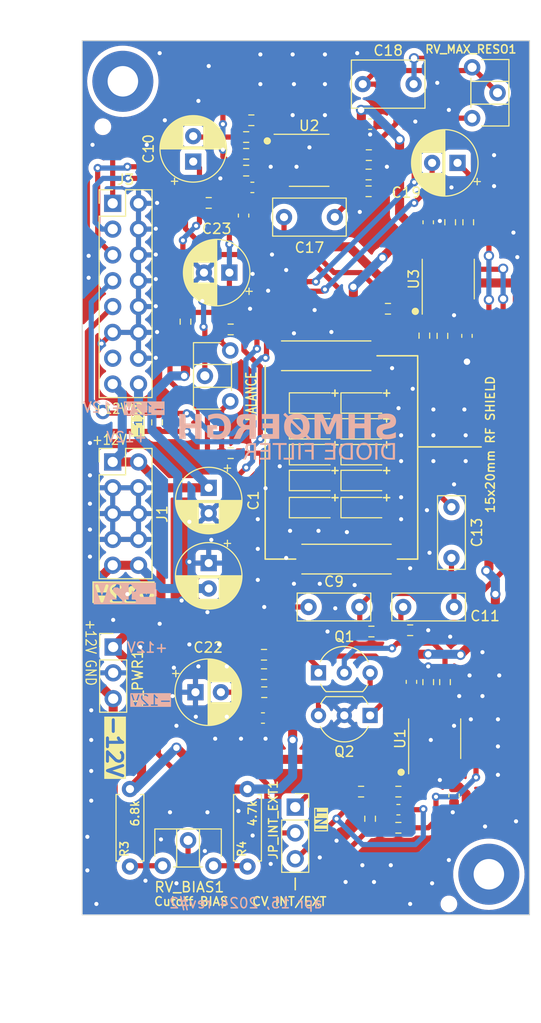
<source format=kicad_pcb>
(kicad_pcb (version 20240108) (generator "pcbnew") (generator_version "8.0")
  (layers (0 "F.Cu" signal) (31 "B.Cu" signal) (34 "B.Paste" user) (35 "F.Paste" user) (36 "B.SilkS" user "B.Silkscreen") (37 "F.SilkS" user "F.Silkscreen") (38 "B.Mask" user) (39 "F.Mask" user) (44 "Edge.Cuts" user))
  (net 0 "")
  (net 1 "GND")
  (net 2 "Net-(JP_INT_EXT1-B)")
  (net 3 "Net-(D3-A)")
  (net 4 "+12V")
  (net 5 "-12V")
  (net 6 "AUDIO_IN")
  (net 7 "Net-(D5-A)")
  (net 8 "Net-(C8-Pad1)")
  (net 9 "Net-(C13-Pad2)")
  (net 10 "Net-(D7-A)")
  (net 11 "Net-(C10-Pad2)")
  (net 12 "Net-(C10-Pad1)")
  (net 13 "Net-(C11-Pad2)")
  (net 14 "Net-(C16-Pad1)")
  (net 15 "Net-(U2B-+)")
  (net 16 "RESO_2")
  (net 17 "Net-(C14-Pad1)")
  (net 18 "Net-(D1-K)")
  (net 19 "Net-(C18-Pad2)")
  (net 20 "Net-(C18-Pad1)")
  (net 21 "Net-(D1-A)")
  (net 22 "Net-(C19-Pad1)")
  (net 23 "Net-(D2-A)")
  (net 24 "Net-(D4-A)")
  (net 25 "Net-(D6-A)")
  (net 26 "Net-(D8-A)")
  (net 27 "Net-(D10-K)")
  (net 28 "Net-(D10-A)")
  (net 29 "CUTOFF")
  (net 30 "AUDIO_OUT")
  (net 31 "RESO_3")
  (net 33 "Net-(R3-Pad1)")
  (net 34 "Net-(R4-Pad1)")
  (net 35 "Net-(JP_INT_EXT1-A)")
  (net 36 "Net-(R9-Pad2)")
  (net 37 "Net-(R11-Pad1)")
  (net 38 "Net-(Q1-B)")
  (net 39 "Net-(R16-Pad1)")
  (net 40 "Net-(R24-Pad1)")
  (net 41 "Net-(Q1-E)")
  (net 42 "Net-(U2A--)")
  (net 43 "Net-(U1B--)")
  (net 44 "Net-(U3B--)")
  (net 45 "Net-(R34-Pad1)")
  (net 46 "Net-(U2B--)")
  (net 47 "Net-(U3B-+)")
  (net 48 "Net-(U3A--)")
  (footprint "Connector_PinHeader_2.54mm:PinHeader_1x03_P2.54mm_Vertical" (layer "F.Cu") (at 130.048 112.649)
    (property "Reference" "J_PWR1")
    (property "Value" "Conn_01x03")
  )
  (footprint "Resistor_SMD:R_0603_1608Metric_Pad0.98x0.95mm_HandSolder" (layer "F.Cu") (at 160.655 82.0185 -90)
    (property "Reference" "R34")
    (property "Value" "100k")
  )
  (footprint "Resistor_SMD:R_0603_1608Metric_Pad0.98x0.95mm_HandSolder" (layer "F.Cu") (at 157.0755 79.375)
    (property "Reference" "R35")
    (property "Value" "1k")
  )
  (footprint "Diode_SMD:D_SOD-123" (layer "F.Cu") (at 154.814 88.646)
    (property "Reference" "D10")
    (property "Value" "1N4148")
  )
  (footprint "Diode_SMD:D_SOD-123" (layer "F.Cu") (at 154.814 93.726)
    (property "Reference" "D8")
    (property "Value" "1N4148")
  )
  (footprint "Resistor_SMD:R_0603_1608Metric_Pad0.98x0.95mm_HandSolder" (layer "F.Cu") (at 155.448 111.125 180)
    (property "Reference" "R25")
    (property "Value" "1k")
  )
  (footprint "Resistor_SMD:R_0603_1608Metric_Pad0.98x0.95mm_HandSolder" (layer "F.Cu") (at 139.446 68.961 180)
    (property "Reference" "R20")
    (property "Value" "1k")
  )
  (footprint "Connector_PinHeader_2.54mm:PinHeader_2x08_P2.54mm_Vertical" (layer "F.Cu") (at 130 69)
    (property "Reference" "J3")
    (property "Value" "Conn_02x08_Odd_Even")
  )
  (footprint "Capacitor_THT:C_Rect_L7.0mm_W2.5mm_P5.00mm" (layer "F.Cu") (at 149.265 108.712)
    (property "Reference" "C9")
    (property "Value" "1n (Foil)")
  )
  (footprint "Resistor_SMD:R_0603_1608Metric_Pad0.98x0.95mm_HandSolder" (layer "F.Cu") (at 158.099179 130.429 180)
    (property "Reference" "R13")
    (property "Value" "200k")
  )
  (footprint "Diode_SMD:D_SOD-123" (layer "F.Cu") (at 149.735 88.646)
    (property "Reference" "D1")
    (property "Value" "1N4148")
  )
  (footprint "Package_SO:SOIC-8_3.9x4.9mm_P1.27mm" (layer "F.Cu") (at 163.006 76.454 90)
    (property "Reference" "U3")
    (property "Value" "TL072")
  )
  (footprint "Capacitor_SMD:C_0603_1608Metric_Pad1.08x0.95mm_HandSolder" (layer "F.Cu") (at 143.7375 67.437)
    (property "Reference" "C4")
    (property "Value" "100n")
  )
  (footprint "Resistor_SMD:R_0603_1608Metric_Pad0.98x0.95mm_HandSolder" (layer "F.Cu") (at 143.637 60.833)
    (property "Reference" "R14")
    (property "Value" "180k")
  )
  (footprint "Connector_PinSocket_2.54mm:PinSocket_1x03_P2.54mm_Vertical" (layer "F.Cu") (at 147.955 128.397)
    (property "Reference" "JP_INT_EXT1")
    (property "Value" "Internal/External CV")
  )
  (footprint "Resistor_SMD:R_0603_1608Metric_Pad0.98x0.95mm_HandSolder" (layer "F.Cu") (at 164.973 70.866 -90)
    (property "Reference" "R31")
    (property "Value" "220k")
  )
  (footprint "Diode_SMD:D_SOD-123" (layer "F.Cu") (at 154.814 91.186)
    (property "Reference" "D9")
    (property "Value" "1N4148")
  )
  (footprint "Resistor_SMD:R_0603_1608Metric_Pad0.98x0.95mm_HandSolder" (layer "F.Cu") (at 143.129 64.135)
    (property "Reference" "R11")
    (property "Value" "10k")
  )
  (footprint "Resistor_SMD:R_0603_1608Metric_Pad0.98x0.95mm_HandSolder" (layer "F.Cu") (at 155.321 129.54 -90)
    (property "Reference" "R9")
    (property "Value" "220k")
  )
  (footprint "Capacitor_SMD:C_0603_1608Metric_Pad1.08x0.95mm_HandSolder" (layer "F.Cu") (at 142.875 70.2045 90)
    (property "Reference" "C16")
    (property "Value" "100n")
  )
  (footprint "Capacitor_SMD:C_0603_1608Metric_Pad1.08x0.95mm_HandSolder" (layer "F.Cu") (at 159.385 116.078 90)
    (property "Reference" "C20")
    (property "Value" "100n")
  )
  (footprint "Resistor_SMD:R_0603_1608Metric_Pad0.98x0.95mm_HandSolder" (layer "F.Cu") (at 158.099179 126.873)
    (property "Reference" "R10")
    (property "Value" "56k")
  )
  (footprint "Capacitor_THT:CP_Radial_D6.3mm_P2.50mm" (layer "F.Cu") (at 141.478 75.819 180)
    (property "Reference" "C23")
    (property "Value" "100u")
  )
  (footprint "Diode_SMD:D_SOD-123" (layer "F.Cu") (at 149.734 96.266)
    (property "Reference" "D4")
    (property "Value" "1N4148")
  )
  (footprint "Capacitor_THT:CP_Radial_D6.3mm_P2.50mm" (layer "F.Cu") (at 163.917 65.024 180)
    (property "Reference" "C19")
    (property "Value" "10u")
  )
  (footprint "Resistor_SMD:R_0603_1608Metric_Pad0.98x0.95mm_HandSolder" (layer "F.Cu") (at 143.129 62.484)
    (property "Reference" "R12")
    (property "Value" "47k")
  )
  (footprint "Shmoergh_Custom_Footprints:HARWIN_S1711-46R" (layer "F.Cu") (at 153 104)
    (property "Reference" "J4")
    (property "Value" "S1711-46R")
  )
  (footprint "Resistor_SMD:R_0603_1608Metric_Pad0.98x0.95mm_HandSolder" (layer "F.Cu") (at 162.687 116.1015 -90)
    (property "Reference" "R15")
    (property "Value" "2.7k")
  )
  (footprint "Shmoergh_Custom_Footprints:HARWIN_S1711-46R" (layer "F.Cu") (at 151 84)
    (property "Reference" "J2")
    (property "Value" "S1711-46R")
  )
  (footprint "Package_TO_SOT_THT:TO-92_Inline_Wide" (layer "F.Cu") (at 150.241 115.189)
    (property "Reference" "Q1")
    (property "Value" "BC547B")
  )
  (footprint "Capacitor_SMD:C_0603_1608Metric_Pad1.08x0.95mm_HandSolder" (layer "F.Cu") (at 155.321 61.214)
    (property "Reference" "C3")
    (property "Value" "100n")
  )
  (footprint "Capacitor_THT:CP_Radial_D6.3mm_P2.50mm" (layer "F.Cu") (at 139.446 104.394 -90)
    (property "Reference" "C2" (hide yes))
    (property "Value" "100u")
  )
  (footprint "Resistor_SMD:R_0603_1608Metric_Pad0.98x0.95mm_HandSolder" (layer "F.Cu") (at 161.036 116.1015 90)
    (property "Reference" "R17")
    (property "Value" "2.2k")
  )
  (footprint "Capacitor_THT:C_Rect_L7.0mm_W2.5mm_P5.00mm" (layer "F.Cu") (at 163.576 108.712 180)
    (property "Reference" "C11")
    (property "Value" "1n (Foil)")
  )
  (footprint "Diode_SMD:D_SOD-123" (layer "F.Cu") (at 149.734 93.726)
    (property "Reference" "D3")
    (property "Value" "1N4148")
  )
  (footprint "Resistor_SMD:R_0603_1608Metric_Pad0.98x0.95mm_HandSolder" (layer "F.Cu") (at 141.605 93.580239)
    (property "Reference" "R24")
    (property "Value" "1.5k (1%)")
  )
  (footprint "Potentiometer_THT:Potentiometer_ACP_CA6-H2,5_Horizontal" (layer "F.Cu") (at 134.914 134.167 90)
    (property "Reference" "RV_BIAS1")
    (property "Value" "10k")
  )
  (footprint "Package_SO:SOIC-8_3.9x4.9mm_P1.27mm" (layer "F.Cu") (at 149.3255 64.77)
    (property "Reference" "U2")
    (property "Value" "TL072")
  )
  (footprint "Resistor_SMD:R_0603_1608Metric_Pad0.98x0.95mm_HandSolder" (layer "F.Cu") (at 144.907 117.094)
    (property "Reference" "R23")
    (property "Value" "200")
  )
  (footprint "Capacitor_SMD:C_0603_1608Metric_Pad1.08x0.95mm_HandSolder" (layer "F.Cu") (at 161.036 70.866 90)
    (property "Reference" "C6")
    (property "Value" "100n")
  )
  (footprint "Capacitor_THT:CP_Radial_D6.3mm_P2.50mm" (layer "F.Cu") (at 137.922 64.897 90)
    (property "Reference" "C10")
    (property "Value" "2.2u")
  )
  (footprint "Resistor_SMD:R_0603_1608Metric_Pad0.98x0.95mm_HandSolder" (layer "F.Cu") (at 134.366 90.551 -90)
    (property "Reference" "R33")
    (property "Value" "100k")
  )
  (footprint "MountingHole:MountingHole_3mm_Pad" (layer "F.Cu") (at 167 135)
    (property "Reference" "H2")
    (property "Value" "MountingHole")
  )
  (footprint "Capacitor_SMD:C_0603_1608Metric_Pad1.08x0.95mm_HandSolder" (layer "F.Cu") (at 144.78 119.634)
    (property "Reference" "C14")
    (property "Value" "100n")
  )
  (footprint "MountingHole:MountingHole_2.1mm" (layer "F.Cu") (at 129.032 61.468)
    (property "Reference" "REF**")
    (property "Value" "MountingHole_1.152mm")
  )
  (footprint "Resistor_SMD:R_0603_1608Metric_Pad0.98x0.95mm_HandSolder" (layer "F.Cu") (at 141.605 81.407)
    (property "Reference" "R16")
    (property "Value" "1.5k (1%)")
  )
  (footprint "Potentiometer_THT:Potentiometer_ACP_CA6-H2,5_Horizontal" (layer "F.Cu") (at 165.354 55.626)
    (property "Reference" "RV_MAX_RESO1")
    (property "Value" "100k")
  )
  (footprint "Shmoergh_Custom_Footprints:R_Axial_DIN0207_L6.3mm_D2.5mm_P7.62mm_Horizontal" (layer "F.Cu") (at 143.256 134.239 90)
    (property "Reference" "R4")
    (property "Value" "4.7k")
  )
  (footprint "Resistor_SMD:R_0603_1608Metric_Pad0.98x0.95mm_HandSolder" (layer "F.Cu") (at 144.8835 113.411 180)
    (property "Reference" "R22")
    (property "Value" "3.9k")
  )
  (footprint "Resistor_SMD:R_0603_1608Metric_Pad0.98x0.95mm_HandSolder" (layer "F.Cu") (at 155.194 64.262)
    (property "Reference" "R28")
    (property "Value" "47k")
  )
  (footprint "Shmoergh_Custom_Footprints:R_Axial_DIN0207_L6.3mm_D2.5mm_P7.62mm_Horizontal" (layer "F.Cu") (at 131.699 134.239 90)
    (property "Reference" "R3")
    (property "Value" "6.8k")
  )
  (footprint "Potentiometer_THT:Potentiometer_ACP_CA6-H2,5_Horizontal" (layer "F.Cu") (at 141.565 88.479 180)
    (property "Reference" "BALANCE")
    (property "Value" "1k")
  )
  (footprint "Capacitor_THT:C_Rect_L7.0mm_W2.5mm_P5.00mm" (layer "F.Cu") (at 163.322 98.886 -90)
    (property "Reference" "C13")
    (property "Value" "1n (Foil)")
  )
  (footprint "Resistor_SMD:R_0603_1608Metric_Pad0.98x0.95mm_HandSolder" (layer "F.Cu") (at 144.8835 115.316)
    (property "Reference" "R18")
    (property "Value" "100")
  )
  (footprint "Capacitor_SMD:C_0603_1608Metric_Pad1.08x0.95mm_HandSolder" (layer "F.Cu") (at 158.099179 128.651)
    (property "Reference" "C8")
    (property "Value" "10n")
  )
  (footprint "Resistor_SMD:R_0603_1608Metric_Pad0.98x0.95mm_HandSolder" (layer "F.Cu") (at 155.1705 67.818)
    (property "Reference" "R26")
    (property "Value" "1M")
  )
  (footprint "Diode_SMD:D_SOD-123" (layer "F.Cu") (at 149.734 98.933)
    (property "Reference" "D5")
    (property "Value" "1N4148")
  )
  (footprint "Connector_PinHeader_2.54mm:PinHeader_2x05_P2.54mm_Vertical" (layer "F.Cu") (at 130 94.443603)
    (property "Reference" "J1")
    (property "Value" "Eurorack Power")
  )
  (footprint "Capacitor_SMD:C_0603_1608Metric_Pad1.08x0.95mm_HandSolder" (layer "F.Cu") (at 163.576 127.254 90)
    (property "Reference" "C21")
    (property "Value" "100n")
  )
  (footprint "Diode_SMD:D_SOD-123" (layer "F.Cu") (at 149.734 91.186)
    (property "Reference" "D2")
    (property "Value" "1N4148")
  )
  (footprint "Package_TO_SOT_THT:TO-92_Inline_Wide" (layer "F.Cu") (at 155.321 119.38 180)
    (property "Reference" "Q2")
    (property "Value" "BC547B")
  )
  (footprint "MountingHole:MountingHole_3mm_Pad" (layer "F.Cu") (at 131 57)
    (property "Reference" "H1")
    (property "Value" "MountingHole")
  )
  (footprint "Capacitor_THT:CP_Radial_D6.3mm_P2.50mm" (layer "F.Cu") (at 139.446 96.988621 -90)
    (property "Reference" "C1")
    (property "Value" "100u")
  )
  (footprint "Resistor_SMD:R_0603_1608Metric_Pad0.98x0.95mm_HandSolder" (layer "F.Cu") (at 154.432 126.873 180)
    (property "Reference" "R6")
    (property "Value" "100k")
  )
  (footprint "Diode_SMD:D_SOD-123" (layer "F.Cu") (at 154.814 96.266)
    (property "Reference" "D7")
    (property "Value" "1N4148")
  )
  (footprint "Capacitor_THT:C_Rect_L7.0mm_W3.5mm_P5.00mm" (layer "F.Cu") (at 151.852 70.358 180)
    (property "Reference" "C17")
    (property "Value" "470n (foil)")
  )
  (footprint "Resistor_SMD:R_0603_1608Metric_Pad0.98x0.95mm_HandSolder" (layer "F.Cu") (at 159.258 110.998)
    (property "Reference" "R21")
    (property "Value" "1k")
  )
  (footprint "Diode_SMD:D_SOD-123" (layer "F.Cu") (at 154.814 98.933)
    (property "Reference" "D6")
    (property "Value" "1N4148")
  )
  (footprint "Resistor_SMD:R_0603_1608Metric_Pad0.98x0.95mm_HandSolder" (layer "F.Cu") (at 137.16 80.645 90)
    (property "Reference" "R19")
    (property "Value" "390")
  )
  (footprint "Capacitor_THT:C_Rect_L7.0mm_W4.5mm_P5.00mm" (layer "F.Cu") (at 159.599 57.277 180)
    (property "Reference" "C18")
    (property "Value" "1u (Foil)")
  )
  (footprint "Capacitor_THT:CP_Radial_D6.3mm_P2.50mm" (layer "F.Cu") (at 138.143 117.094)
    (property "Reference" "C22")
    (property "Value" "100u")
  )
  (footprint "Package_SO:SOIC-8_3.9x4.9mm_P1.27mm" (layer "F.Cu") (at 161.671 121.666 90)
    (property "Reference" "U1")
    (property "Value" "TL072")
  )
  (footprint "Resistor_SMD:R_0603_1608Metric_Pad0.98x0.95mm_HandSolder" (layer "F.Cu") (at 155.1705 66.167)
    (property "Reference" "R27")
    (property "Value" "22k")
  )
  (footprint "Capacitor_SMD:C_0603_1608Metric_Pad1.08x0.95mm_HandSolder" (layer "F.Cu") (at 164.846 82.042 90)
    (property "Reference" "C7")
    (property "Value" "100n")
  )
  (footprint "MountingHole:MountingHole_2.1mm" (layer "F.Cu") (at 163.068 137.922)
    (property "Reference" "REF**")
    (property "Value" "MountingHole_1.152mm")
  )
  (footprint "Resistor_SMD:R_0603_1608Metric_Pad0.98x0.95mm_HandSolder" (layer "F.Cu") (at 162.433 82.042 -90)
    (property "Reference" "R32")
    (property "Value" "10k")
  )
  (footprint "Resistor_SMD:R_0603_1608Metric_Pad0.98x0.95mm_HandSolder" (layer "F.Cu") (at 163.195 70.866 90)
    (property "Reference" "R29")
    (property "Value" "1M")
  )
  (footprint "Resistor_SMD:R_0603_1608Metric_Pad0.98x0.95mm_HandSolder" (layer "F.Cu") (at 143.129 65.786 180)
    (property "Reference" "R5")
    (property "Value" "10k")
  )
  (gr_circle (center 159.766 79.629) (end 160.049981 79.629) (stroke (width 0.15)) (fill solid) (layer "F.SilkS"))
  (gr_line (start 160 104) (end 158 104) (stroke (width 0.15)) (layer "F.SilkS"))
  (gr_line (start 160 104) (end 160 84) (stroke (width 0.15)) (layer "F.SilkS"))
  (gr_line (start 147.955 136.525) (end 147.955 135.382) (stroke (width 0.15)) (layer "F.SilkS"))
  (gr_line (start 145 104) (end 145 85) (stroke (width 0.15)) (layer "F.SilkS"))
  (gr_line (start 160 84) (end 156 84) (stroke (width 0.15)) (layer "F.SilkS"))
  (gr_circle (center 158.369 124.968) (end 158.652981 124.968) (stroke (width 0.15)) (fill solid) (layer "F.SilkS"))
  (gr_line (start 166.243 92.964) (end 160.02 92.964) (stroke (width 0.15)) (layer "F.SilkS"))
  (gr_circle (center 145.205655 62.865) (end 145.489636 62.865) (stroke (width 0.15)) (fill solid) (layer "F.SilkS"))
  (gr_line (start 145 104) (end 148 104) (stroke (width 0.15)) (layer "F.SilkS"))
  (gr_rect (start 127 53) (end 171 139) (stroke (width 0.1)) (fill none) (layer "Edge.Cuts"))
  (gr_text "DIODE FILTER" (at 157.988 94.488 0) (layer "B.SilkS") (effects (font (size 1.6 1.6)) (justify left bottom mirror)))
  (gr_text "+12V" (at 135.509 113.284 0) (layer "B.SilkS") (effects (font (size 1 1)) (justify left bottom mirror)))
  (gr_text "SHMØERGH" (at 158.115 92.583 0) (layer "B.SilkS") (effects (font (size 2.4 2.4) (thickness 0.125) (bold yes)) (justify left bottom mirror)))
  (gr_text "+12V" (at 133.477 92.583 0) (layer "B.SilkS") (effects (font (size 1 1)) (justify left bottom mirror)))
  (gr_text "-12V" (at 135.89 118.491 0) (layer "B.SilkS" knockout) (effects (font (size 1 1) (thickness 0.125)) (justify left bottom mirror)))
  (gr_text "-12V" (at 135.255 89.789 0) (layer "B.SilkS" knockout) (effects (font (size 1 1) (thickness 0.125)) (justify left bottom mirror)))
  (gr_text "-12V" (at 134.493 108.331 0) (layer "B.SilkS" knockout) (effects (font (size 1.5 1.5) (thickness 0.3) (bold yes)) (justify left bottom mirror)))
  (gr_text "+12V" (at 131.191 89.662 0) (layer "B.SilkS") (effects (font (size 1 1)) (justify left bottom mirror)))
  (gr_text "apr 15, 2024 rev#2" (at 150.749 138.43 0) (layer "B.SilkS") (effects (font (size 1 1)) (justify left bottom mirror)))
  (gr_text "Cutoff BIAS" (at 133.985 138.176 0) (layer "F.SilkS") (effects (font (size 0.85 0.85)) (justify left bottom)))
  (gr_text "+" (at 157.353 88.265 90) (layer "F.SilkS") (effects (font (size 0.8 0.8)) (justify left bottom)))
  (gr_text "\n-12V\n" (at 127.762 108.204 0) (layer "F.SilkS" knockout) (effects (font (size 1.5 1.5) (thickness 0.3) (bold yes)) (justify left bottom)))
  (gr_text "+" (at 157.353 90.805 90) (layer "F.SilkS") (effects (font (size 0.8 0.8)) (justify left bottom)))
  (gr_text "+" (at 152.273 90.805 90) (layer "F.SilkS") (effects (font (size 0.8 0.8)) (justify left bottom)))
  (gr_text "+12V" (at 128.016 89.789 0) (layer "F.SilkS") (effects (font (size 1 0.85) (thickness 0.125)) (justify left bottom)))
  (gr_text "+" (at 157.353 95.885 90) (layer "F.SilkS") (effects (font (size 0.8 0.8)) (justify left bottom)))
  (gr_text "-12V" (at 133.096 92.075 90) (layer "F.SilkS" knockout) (effects (font (size 1 0.85) (thickness 0.125)) (justify left bottom)))
  (gr_text "+" (at 157.353 98.552 90) (layer "F.SilkS") (effects (font (size 0.8 0.8)) (justify left bottom)))
  (gr_text "+" (at 157.353 93.345 90) (layer "F.SilkS") (effects (font (size 0.8 0.8)) (justify left bottom)))
  (gr_text "+" (at 152.273 98.552 90) (layer "F.SilkS") (effects (font (size 0.8 0.8)) (justify left bottom)))
  (gr_text "+12V" (at 127.254 109.855 270) (layer "F.SilkS") (effects (font (size 1 0.85) (thickness 0.125)) (justify left bottom)))
  (gr_text "+" (at 152.273 88.265 90) (layer "F.SilkS") (effects (font (size 0.8 0.8)) (justify left bottom)))
  (gr_text "15x20mm RF SHIELD" (at 167.64 99.568 90) (layer "F.SilkS") (effects (font (size 0.85 0.85)) (justify left bottom)))
  (gr_text "GND" (at 127.254 113.792 270) (layer "F.SilkS") (effects (font (size 1 0.85) (thickness 0.125)) (justify left bottom)))
  (gr_text "+12V" (at 127.889 92.837 0) (layer "F.SilkS") (effects (font (size 1 0.85) (thickness 0.125)) (justify left bottom)))
  (gr_text "-12V" (at 129.286 119.253 270) (layer "F.SilkS" knockout) (effects (font (size 1.5 1.5) (thickness 0.3) (bold yes)) (justify left bottom)))
  (gr_text "+" (at 152.273 93.345 90) (layer "F.SilkS") (effects (font (size 0.8 0.8)) (justify left bottom)))
  (gr_text "CV INT/EXT" (at 143.637 138.176 0) (layer "F.SilkS") (effects (font (size 0.85 0.85)) (justify left bottom)))
  (gr_text "+" (at 152.273 95.885 90) (layer "F.SilkS") (effects (font (size 0.8 0.8)) (justify left bottom)))
  (gr_text " INT " (at 151.13 131.699 90) (layer "F.SilkS" knockout) (effects (font (size 1 1)) (justify left bottom)))
  (segment (start 155.321 62.0765) (end 156.1835 61.214) (width 0.508) (layer "F.Cu") (net 1))
  (segment (start 156.337 65.405) (end 156.083 65.659) (width 0.508) (layer "F.Cu") (net 1))
  (segment (start 128.905 82.804) (end 128.905 82.795) (width 0.508) (layer "F.Cu") (net 1))
  (segment (start 156.083 65.659) (end 156.083 66.167) (width 0.508) (layer "F.Cu") (net 1))
  (segment (start 128.905 82.795) (end 130 81.7) (width 0.508) (layer "F.Cu") (net 1))
  (segment (start 155.321 62.23) (end 155.321 62.0765) (width 0.508) (layer "F.Cu") (net 1))
  (segment (start 163.576 117.983) (end 163.576 119.191) (width 0.508) (layer "F.Cu") (net 1))
  (segment (start 162.179 70.739) (end 162.4095 70.739) (width 0.508) (layer "F.Cu") (net 1))
  (segment (start 164.084 117.475) (end 163.576 117.983) (width 0.508) (layer "F.Cu") (net 1))
  (segment (start 156.972 65.405) (end 156.337 65.405) (width 0.508) (layer "F.Cu") (net 1))
  (segment (start 162.4095 70.739) (end 163.195 69.9535) (width 0.508) (layer "F.Cu") (net 1))
  (via (at 134.239 71.501) (size 0.8128) (drill 0.4064) (layers "F.Cu" "B.Cu") (net 1))
  (via (at 134.239 74.041) (size 0.8128) (drill 0.4064) (layers "F.Cu" "B.Cu") (net 1))
  (via (at 134.366 81.661) (size 0.8128) (drill 0.4064) (layers "F.Cu" "B.Cu") (net 1))
  (via (at 164.592 89.281) (size 0.8128) (drill 0.4064) (layers "F.Cu" "B.Cu") (net 1))
  (via (at 150.241 101.219) (size 0.8128) (drill 0.4064) (layers "F.Cu" "B.Cu") (net 1))
  (via (at 169.672 129.794) (size 0.8128) (drill 0.4064) (layers "F.Cu" "B.Cu") (net 1))
  (via (at 127.889 118.872) (size 0.8128) (drill 0.4064) (layers "F.Cu" "B.Cu") (net 1))
  (via (at 166.624 130.302) (size 0.8128) (drill 0.4064) (layers "F.Cu" "B.Cu") (net 1))
  (via (at 163.322 67.437) (size 0.8128) (drill 0.4064) (layers "F.Cu" "B.Cu") (net 1))
  (via (at 151.13 111.125) (size 0.8128) (drill 0.4064) (layers "F.Cu" "B.Cu") (net 1))
  (via (at 158.369 91.821) (size 0.8128) (drill 0.4064) (layers "F.Cu" "B.Cu") (net 1))
  (via (at 127.762 95.758) (size 0.8128) (drill 0.4064) (layers "F.Cu" "B.Cu") (net 1))
  (via (at 150.876 54.356) (size 0.8128) (drill 0.4064) (layers "F.Cu" "B.Cu") (net 1))
  (via (at 140.589 66.548) (size 0.8128) (drill 0.4064) (layers "F.Cu" "B.Cu") (net 1))
  (via (at 143.51 79.375) (size 0.8128) (drill 0.4064) (layers "F.Cu" "B.Cu") (net 1))
  (via (at 128.397 137.922) (size 0.8128) (drill 0.4064) (layers "F.Cu" "B.Cu") (net 1))
  (via (at 153.797 106.553) (size 0.8128) (drill 0.4064) (layers "F.Cu" "B.Cu") (net 1))
  (via (at 164.084 117.475) (size 0.8128) (drill 0.4064) (layers "F.Cu" "B.Cu") (net 1))
  (via (at 127.762 101.092) (size 0.8128) (drill 0.4064) (layers "F.Cu" "B.Cu") (net 1))
  (via (at 138.176 119.507) (size 0.8128) (drill 0.4064) (layers "F.Cu" "B.Cu") (net 1))
  (via (at 150.876 57.277) (size 0.8128) (drill 0.4064) (layers "F.Cu" "B.Cu") (net 1))
  (via (at 161.544 91.821) (size 0.8128) (drill 0.4064) (layers "F.Cu" "B.Cu") (net 1))
  (via (at 138.43 58.928) (size 0.8128) (drill 0.4064) (layers "F.Cu" "B.Cu") (net 1))
  (via (at 134.366 68.961) (size 0.8128) (drill 0.4064) (layers "F.Cu" "B.Cu") (net 1))
  (via (at 127.762 92.583) (size 0.8128) (drill 0.4064) (layers "F.Cu" "B.Cu") (net 1))
  (via (at 161.925 57.15) (size 0.8128) (drill 0.4064) (layers "F.Cu" "B.Cu") (net 1))
  (via (at 139.065 132.715) (size 0.8128) (drill 0.4064) (layers "F.Cu" "B.Cu") (net 1))
  (via (at 155.702 135.763) (size 0.8128) (drill 0.4064) (layers "F.Cu" "B.Cu") (net 1))
  (via (at 145.542 133.985) (size 0.8128) (drill 0.4064) (layers "F.Cu" "B.Cu") (net 1))
  (via (at 136.271 135.89) (size 0.8128) (drill 0.4064) (layers "F.Cu" "B.Cu") (net 1))
  (via (at 140.081 121.666) (size 0.8128) (drill 0.4064) (layers "F.Cu" "B.Cu") (net 1))
  (via (at 145.542 65.405) (size 0.8128) (drill 0.4064) (layers "F.Cu" "B.Cu") (net 1))
  (via (at 164.846 84.582) (size 1.016) (drill 0.635) (layers "F.Cu" "B.Cu") (net 1))
  (via (at 159.512 87.249) (size 0.8128) (drill 0.4064) (layers "F.Cu" "B.Cu") (net 1))
  (via (at 134.747 131.572) (size 0.8128) (drill 0.4064) (layers "F.Cu" "B.Cu") (net 1))
  (via (at 144.272 106.045) (size 0.8128) (drill 0.4064) (layers "F.Cu" "B.Cu") (net 1))
  (via (at 145.669 74.041) (size 0.8128) (drill 0.4064) (layers "F.Cu" "B.Cu") (net 1))
  (via (at 163.068 59.817) (size 0.8128) (drill 0.4064) (layers "F.Cu" "B.Cu") (net 1))
  (via (at 167.513 67.31) (size 0.8128) (drill 0.4064) (layers "F.Cu" "B.Cu") (net 1))
  (via (at 127.762 103.759) (size 0.8128) (drill 0.4064) (layers "F.Cu" "B.Cu") (net 1))
  (via (at 161.036 114.554) (size 0.8128) (drill 0.4064) (layers "F.Cu" "B.Cu") (net 1))
  (via (at 139.7 102.108) (size 0.8128) (drill 0.4064) (layers "F.Cu" "B.Cu") (net 1))
  (via (at 127.889 121.793) (size 0.8128) (drill 0.4064) (layers "F.Cu" "B.Cu") (net 1))
  (via (at 157.48 85.217) (size 0.8128) (drill 0.4064) (layers "F.Cu" "B.Cu") (net 1))
  (via (at 141.224 119.507) (size 0.8128) (drill 0.4064) (layers "F.Cu" "B.Cu") (net 1))
  (via (at 154.559 134.112) (size 0.8128) (drill 0.4064) (layers "F.Cu" "B.Cu") (net 1))
  (via (at 139.446 55.499) (size 0.8128) (drill 0.4064) (layers "F.Cu" "B.Cu") (net 1))
  (via (at 136.779 108.077) (size 0.8128) (drill 0.4064) (layers "F.Cu" "B.Cu") (net 1))
  (via (at 127.635 76.327) (size 0.8128) (drill 0.4064) (layers "F.Cu" "B.Cu") (net 1))
  (via (at 145.034 121.666) (size 0.8128) (drill 0.4064) (layers "F.Cu" "B.Cu") (net 1))
  (via (at 167.894 122.428) (size 0.8128) (drill 0.4064) (layers "F.Cu" "B.Cu") (net 1))
  (via (at 164.719 91.821) (size 0.8128) (drill 0.4064) (layers "F.Cu" "B.Cu") (net 1))
  (via (at 150.876 60.325) (size 0.8128) (drill 0.4064) (layers "F.Cu" "B.Cu") (net 1))
  (via (at 153.035 101.346) (size 0.8128) (drill 0.4064) (layers "F.Cu" "B.Cu") (net 1))
  (via (at 156.972 65.405) (size 0.8128) (drill 0.4064) (layers "F.Cu" "B.Cu") (net 1))
  (via (at 161.544 89.281) (size 0.8128) (drill 0.4064) (layers "F.Cu" "B.Cu") (net 1))
  (via (at 159.258 104.902) (size 0.8128) (drill 0.4064) (layers "F.Cu" "B.Cu") (net 1))
  (via (at 148.082 65.405) (size 0.8128) (drill 0.4064) (layers "F.Cu" "B.Cu") (net 1))
  (via (at 151.511 81.661) (size 0.8128) (drill 0.4064) (layers "F.Cu" "B.Cu") (net 1))
  (via (at 145.034 97.028) (size 0.8128) (drill 0.4064) (layers "F.Cu" "B.Cu") (net 1))
  (via (at 147.828 106.426) (size 0.8128) (drill 0.4064) (layers "F.Cu" "B.Cu") (net 1))
  (via (at 127.635 74.168) (size 0.8128) (drill 0.4064) (layers "F.Cu" "B.Cu") (net 1))
  (via (at 147.701 60.325) (size 0.8128) (drill 0.4064) (layers "F.Cu" "B.Cu") (net 1))
  (via (at 165.1 115.443) (size 0.8128) (drill 0.4064) (layers "F.Cu" "B.Cu") (net 1))
  (via (at 151.892 108.839) (size 0.8128) (drill 0.4064) (layers "F.Cu" "B.Cu") (net 1))
  (via (at 133.35 63.246) (size 0.8128) (drill 0.4064) (layers "F.Cu" "B.Cu") (net 1))
  (via (at 135.128 60.833) (size 0.8128) (drill 0.4064) (layers "F.Cu" "B.Cu") (net 1))
  (via (at 166.37 113.157) (size 0.8128) (drill 0.4064) (layers "F.Cu" "B.Cu") (net 1))
  (via (at 140.462 112.395) (size 0.8128) (drill 0.4064) (layers "F.Cu" "B.Cu") (net 1))
  (via (at 127.889 124.841) (size 0.8128) (drill 0.4064) (layers "F.Cu" "B.Cu") (net 1))
  (via (at 160.909 99.187) (size 0.8128) (drill 0.4064) (layers "F.Cu" "B.Cu") (net 1))
  (via (at 147.828 81.788) (size 0.8128) (drill 0.4064) (layers "F.Cu" "B.Cu") (net 1))
  (via (at 144.907 108.712) (size 0.8128) (drill 0.4064) (layers "F.Cu" "B.Cu") (net 1))
  (via (at 159.258 137.922) (size 0.8128) (drill 0.4064) (layers "F.Cu" "B.Cu") (net 1))
  (via (at 139.319 128.905) (size 0.8128) (drill 0.4064) (layers "F.Cu" "B.Cu") (net 1))
  (via (at 149.352 63.5) (size 0.8128) (drill 0.4064) (layers "F.Cu" "B.Cu") (net 1))
  (via (at 134.239 84.201) (size 0.8128) (drill 0.4064) (layers "F.Cu" "B.Cu") (net 1))
  (via (at 162.179 125.73) (size 0.8128) (drill 0.4064) (layers "F.Cu" "B.Cu") (net 1))
  (via (at 146.431 94.869) (size 0.8128) (drill 0.4064) (layers "F.Cu" "B.Cu") (net 1))
  (via (at 158.369 94.361) (size 0.8128) (drill 0.4064) (layers "F.Cu" "B.Cu") (net 1))
  (via (at 167.894 125.222) (size 0.8128) (drill 0.4064) (layers "F.Cu" "B.Cu") (net 1))
  (via (at 155.321 62.23) (size 0.8128) (drill 0.4064) (layers "F.Cu" "B.Cu") (net 1))
  (via (at 134.62 54.229) (size 0.8128) (drill 0.4064) (layers "F.Cu" "B.Cu") (net 1))
  (via (at 161.29 121.793) (size 0.8128) (drill 0.4064) (layers "F.Cu" "B.Cu") (net 1))
  (via (at 145.288 77.597) (size 0.8128) (drill 0.4064) (layers "F.Cu" "B.Cu") (net 1))
  (via (at 134.239 79.121) (size 0.8128) (drill 0.4064) (layers "F.Cu" "B.Cu") (net 1))
  (via (at 163.449 128.905) (size 0.8128) (drill 0.4064) (layers "F.Cu" "B.Cu") (net 1))
  (via (at 127.762 98.552) (size 0.8128) (drill 0.4064) (layers "F.Cu" "B.Cu") (net 1))
  (via (at 161.163 103.378) (size 0.8128) (drill 0.4064) (layers "F.Cu" "B.Cu") (net 1))
  (via (at 143.764 131.191) (size 0.8128) (drill 0.4064) (layers "F.Cu" "B.Cu") (net 1))
  (via (at 144.526 54.356) (size 0.8128) (drill 0.4064) (layers "F.Cu" "B.Cu") (net 1))
  (via (at 133.223 135.636) (size 0.8128) (drill 0.4064) (layers "F.Cu" "B.Cu") (net 1))
  (via (at 152.019 131.699) (size 0.8128) (drill 0.4064) (layers "F.Cu" "B.Cu") (net 1))
  (via (at 165.227 119.761) (size 0.8128) (drill 0.4064) (layers "F.Cu" "B.Cu") (net 1))
  (via (at 127.889 127.762) (size 0.8128) (drill 0.4064) (layers "F.Cu" "B.Cu") (net 1))
  (via (at 144.272 102.997) (size 0.8128) (drill 0.4064) (layers "F.Cu" "B.Cu") (net 1))
  (via (at 127.508 131.318) (size 0.8128) (drill 0.4064) (layers "F.Cu" "B.Cu") (net 1))
  (via (at 137.541 112.395) (size 0.8128) (drill 0.4064) (layers "F.Cu" "B.Cu") (net 1))
  (via (at 147.701 54.356) (size 0.8128) (drill 0.4064) (layers "F.Cu" "B.Cu") (net 1))
  (via (at 137.541 104.267) (size 0.8128) (drill 0.4064) (layers "F.Cu" "B.Cu") (net 1))
  (via (at 154.305 69.85) (size 0.8128) (drill 0.4064) (layers "F.Cu" "B.Cu") (net 1))
  (via (at 169.418 71.882) (size 0.8128) (drill 0.4064) (layers "F.Cu" "B.Cu") (net 1))
  (via (at 158.369 100.076) (size 0.8128) (drill 0.4064) (layers "F.Cu" "B.Cu") (net 1))
  (via (at 168.021 115.443) (size 0.8128) (drill 0.4064) (layers "F.Cu" "B.Cu") (net 1))
  (via (at 142.367 128.778) (size 0.8128) (drill 0.4064) (layers "F.Cu" "B.Cu") (net 1))
  (via (at 137.541 100.33) (size 0.8128) (drill 0.4064) (layers "F.Cu" "B.Cu") (net 1))
  (via (at 158.369 97.917) (size 0.8128) (drill 0.4064) (layers "F.Cu" "B.Cu") (net 1))
  (via (at 154.051 54.229) (size 0.8128) (drill 0.4064) (layers "F.Cu" "B.Cu") (net 1))
  (via (at 139.319 109.22) (size 0.8128) (drill 0.4064) (layers "F.Cu" "B.Cu") (net 1))
  (via (at 144.526 57.277) (size 0.8128) (drill 0.4064) (layers "F.Cu" "B.Cu") (net 1))
  (via (at 169.799 74.295) (size 0.8128) (drill 0.4064) (layers "F.Cu" "B.Cu") (net 1))
  (via (at 167.894 119.761) (size 0.8128) (drill 0.4064) (layers "F.Cu" "B.Cu") (net 1))
  (via (at 162.179 70.739) (size 0.8128) (drill 0.4064) (layers "F.Cu" "B.Cu") (net 1))
  (via (at 127.508 134.62) (size 0.8128) (drill 0.4064) (layers "F.Cu" "B.Cu") (net 1))
  (via (at 134.239 76.454) (size 0.8128) (drill 0.4064) (layers "F.Cu" "B.Cu") (net 1))
  (via (at 163.195 111.633) (size 0.8128) (drill 0.4064) (layers "F.Cu" "B.Cu") (net 1))
  (via (at 152.908 135.763) (size 0.8128) (drill 0.4064) (layers "F.Cu" "B.Cu") (net 1))
  (via (at 163.576 96.647) (size 0.8128) (drill 0.4064) (layers "F.Cu" "B.Cu") (net 1))
  (via (at 163.068 133.604) (size 0.8128) (drill 0.4064) (layers "F.Cu" "B.Cu") (net 1))
  (via (at 128.016 63.246) (size 0.8128) (drill 0.4064) (layers "F.Cu" "B.Cu") (net 1))
  (via (at 159.766 60.96) (size 0.8128) (drill 0.4064) (layers "F.Cu" "B.Cu") (net 1))
  (via (at 147.447 101.219) (size 0.8128) (drill 0.4064) (layers "F.Cu" "B.Cu") (net 1))
  (via (at 161.544 94.361) (size 0.8128) (drill 0.4064) (layers "F.Cu" "B.Cu") (net 1))
  (via (at 163.576 120.396) (size 0.8128) (drill 0.4064) (layers "F.Cu" "B.Cu") (net 1))
  (via (at 167.513 64.262) (size 0.8128) (drill 0.4064) (layers "F.Cu" "B.Cu") (net 1))
  (via (at 147.066 75.565) (size 0.8128) (drill 0.4064) (layers "F.Cu" "B.Cu") (net 1))
  (via (at 135.89 117.475) (size 0.8128) (drill 0.4064) (layers "F.Cu" "B.Cu") (net 1))
  (via (at 136.017 114.681) (size 0.8128) (drill 0.4064) (layers "F.Cu" "B.Cu") (net 1))
  (via (at 161.036 110.998) (size 0.8128) (drill 0.4064) (layers "F.Cu" "B.Cu") (net 1))
  (via (at 132.715 112.649) (size 0.8128) (drill 0.4064) (layers "F.Cu" "B.Cu") (net 1))
  (via (at 131.445 107.442) (size 0.8128) (drill 0.4064) (layers "F.Cu" "B.Cu") (net 1))
  (via (at 141.224 114.554) (size 0.8128) (drill 0.4064) (layers "F.Cu" "B.Cu") (net 1))
  (via (at 164.719 94.361) (size 0.8128) (drill 0.4064) (layers "F.Cu" "B.Cu") (net 1))
  (via (at 161.417 135.89) (size 0.8128) (drill 0.4064) (layers "F.Cu" "B.Cu") (net 1))
  (via (at 157.353 134.112) (size 0.8128) (drill 0.4064) (layers "F.Cu" "B.Cu") (net 1))
  (via (at 128.905 82.804) (size 0.8128) (drill 0.4064) (layers "F.Cu" "B.Cu") (net 1))
  (via (at 134.62 110.363) (size 0.8128) (drill 0.4064) (layers "F.Cu" "B.Cu") (net 1))
  (via (at 138.43 114.554) (size 0.8128) (drill 0.4064) (layers "F.Cu" "B.Cu") (net 1))
  (via (at 147.066 103.886) (size 0.8128) (drill 0.4064) (layers "F.Cu" "B.Cu") (net 1))
  (via (at 166.37 117.475) (size 0.8128) (drill 0.4064) (layers "F.Cu" "B.Cu") (net 1))
  (via (at 150.368 133.35) (size 0.8128) (drill 0.4064) (layers "F.Cu" "B.Cu") (net 1))
  (via (at 143.764 75.946) (size 0.8128) (drill 0.4064) (layers "F.Cu" "B.Cu") (net 1))
  (via (at 142.621 121.666) (size 0.8128) (drill 0.4064) (layers "F.Cu" "B.Cu") (net 1))
  (via (at 147.828 57.277) (size 0.8128) (drill 0.4064) (layers "F.Cu" "B.Cu") (net 1))
  (via (at 136.271 120.396) (size 0.8128) (drill 0.4064) (layers "F.Cu" "B.Cu") (net 1))
  (via (at 163.576 80.01) (size 0.8128) (drill 0.4064) (layers "F.Cu" "B.Cu") (net 1))
  (via (at 135.636 128.905) (size 0.8128) (drill 0.4064) (layers "F.Cu" "B.Cu") (net 1))
  (via (at 150.368 106.426) (size 0.8128) (drill 0.4064) (layers "F.Cu" "B.Cu") (net 1))
  (via (at 130.048 109.982) (size 0.8128) (drill 0.4064) (layers "F.Cu" "B.Cu") (net 1))
  (via (at 158.115 89.154) (size 0.8128) (drill 0.4064) (layers "F.Cu" "B.Cu") (net 1))
  (via (at 149.86 79.502) (size 0.8128) (drill 0.4064) (layers "F.Cu" "B.Cu") (net 1))
  (via (at 144.272 100.076) (size 0.8128) (drill 0.4064) (layers "F.Cu" "B.Cu") (net 1))
  (segment (start 155.3445 128.604) (end 155.321 128.6275) (width 0.508) (layer "F.Cu") (net 2))
  (segment (start 148.082 133.477) (end 152.019 129.54) (width 0.508) (layer "F.Cu") (net 2))
  (segment (start 158.961679 128.651) (end 158.961679 126.923) (width 0.508) (layer "F.Cu") (net 2))
  (segment (start 152.9315 128.6275) (end 155.321 128.6275) (width 0.508) (layer "F.Cu") (net 2))
  (segment (start 155.3445 126.873) (end 155.3445 128.604) (width 0.508) (layer "F.Cu") (net 2))
  (segment (start 147.955 133.477) (end 148.082 133.477) (width 0.508) (layer "F.Cu") (net 2))
  (segment (start 160.147 126.873) (end 159.011679 126.873) (width 0.508) (layer "F.Cu") (net 2))
  (segment (start 161.036 124.141) (end 161.036 125.984) (width 0.508) (layer "F.Cu") (net 2))
  (segment (start 161.036 125.984) (end 160.147 126.873) (width 0.508) (layer "F.Cu") (net 2))
  (segment (start 160.499688 128.651) (end 160.5539 128.596788) (width 0.508) (layer "F.Cu") (net 2))
  (segment (start 158.961679 128.651) (end 160.499688 128.651) (width 0.508) (layer "F.Cu") (net 2))
  (segment (start 152.019 129.54) (end 152.9315 128.6275) (width 0.508) (layer "F.Cu") (net 2))
  (segment (start 158.961679 126.923) (end 159.011679 126.873) (width 0.508) (layer "F.Cu") (net 2))
  (via (at 152.019 129.54) (size 0.8128) (drill 0.4064) (layers "F.Cu" "B.Cu") (net 2))
  (via (at 160.5539 128.596788) (size 0.8128) (drill 0.4064) (layers "F.Cu" "B.Cu") (net 2))
  (segment (start 160.5539 131.2921) (end 159.766 132.08) (width 0.508) (layer "B.Cu") (net 2))
  (segment (start 160.5539 128.596788) (end 160.5539 131.2921) (width 0.508) (layer "B.Cu") (net 2))
  (segment (start 159.766 132.08) (end 154.559 132.08) (width 0.508) (layer "B.Cu") (net 2))
  (segment (start 154.559 132.08) (end 152.019 129.54) (width 0.508) (layer "B.Cu") (net 2))
  (segment (start 151.384 93.726) (end 151.003 93.726) (width 0.508) (layer "F.Cu") (net 3))
  (segment (start 151.003 93.726) (end 148.463 96.266) (width 0.508) (layer "F.Cu") (net 3))
  (segment (start 145.415 98.935) (end 148.084 96.266) (width 0.508) (layer "F.Cu") (net 3))
  (segment (start 148.463 96.266) (end 148.084 96.266) (width 0.508) (layer "F.Cu") (net 3))
  (segment (start 149.265 108.712) (end 147.701 108.712) (width 0.508) (layer "F.Cu") (net 3))
  (segment (start 145.415 106.426) (end 145.415 98.935) (width 0.508) (layer "F.Cu") (net 3))
  (segment (start 147.701 108.712) (end 145.415 106.426) (width 0.508) (layer "F.Cu") (net 3))
  (segment (start 131.699 126.619) (end 132.842 125.476) (width 0.889) (layer "F.Cu") (net 4))
  (segment (start 132.842 125.476) (end 132.842 115.443) (width 0.889) (layer "F.Cu") (net 4))
  (segment (start 156.32296 80.645) (end 155.067 80.645) (width 0.889) (layer "F.Cu") (net 4))
  (segment (start 132.842 115.443) (end 130.048 112.649) (width 0.889) (layer "F.Cu") (net 4))
  (segment (start 166.497 86.995) (end 162.67296 86.995) (width 0.889) (layer "F.Cu") (net 4))
  (segment (start 159.8665 71.7285) (end 161.036 71.7285) (width 0.889) (layer "F.Cu") (net 4))
  (segment (start 158.1861 114.1019) (end 158.1861 116.2166) (width 0.889) (layer "F.Cu") (net 4))
  (segment (start 137.414 123.698) (end 157.607 123.698) (width 0.889) (layer "F.Cu") (net 4))
  (segment (start 162.67296 86.995) (end 156.32296 80.645) (width 0.889) (layer "F.Cu") (net 4))
  (segment (start 152.8075 62.865) (end 154.4585 61.214) (width 0.889) (layer "F.Cu") (net 4))
  (segment (start 164.211 113.411) (end 167.64 109.982) (width 0.889) (layer "F.Cu") (net 4))
  (segment (start 134.786379 96.988621) (end 134.747 97.028) (width 0.889) (layer "F.Cu") (net 4))
  (segment (start 134.747 96.650603) (end 132.54 94.443603) (width 0.889) (layer "F.Cu") (net 4))
  (segment (start 161.036 113.360697) (end 158.927303 113.360697) (width 0.889) (layer "F.Cu") (net 4))
  (segment (start 130.048 112.649) (end 134.747 107.95) (width 0.889) (layer "F.Cu") (net 4))
  (segment (start 158.219453 70.081453) (end 159.4485 71.3105) (width 0.889) (layer "F.Cu") (net 4))
  (segment (start 154.4585 59.8435) (end 154.432 59.817) (width 0.889) (layer "F.Cu") (net 4))
  (segment (start 161.101 71.7935) (end 161.036 71.7285) (width 0.889) (layer "F.Cu") (net 4))
  (segment (start 151.8005 62.865) (end 152.8075 62.865) (width 0.889) (layer "F.Cu") (net 4))
  (segment (start 139.446 96.988621) (end 134.786379 96.988621) (width 0.889) (layer "F.Cu") (net 4))
  (segment (start 159.4485 71.3105) (end 159.8665 71.7285) (width 0.889) (layer "F.Cu") (net 4))
  (segment (start 158.1861 116.2166) (end 158.91 116.9405) (width 0.889) (layer "F.Cu") (net 4))
  (segment (start 134.747 97.028) (end 134.747 96.650603) (width 0.889) (layer "F.Cu") (net 4))
  (segment (start 159.766 121.539) (end 159.766 119.191) (width 0.889) (layer "F.Cu") (net 4))
  (segment (start 154.4585 61.214) (end 154.4585 59.8435) (width 0.889) (layer "F.Cu") (net 4))
  (segment (start 159.4485 71.4375) (end 159.4485 71.3105) (width 0.889) (layer "F.Cu") (net 4))
  (segment (start 132.54 94.443603) (end 130 94.443603) (width 0.889) (layer "F.Cu") (net 4))
  (segment (start 159.766 117.3215) (end 159.385 116.9405) (width 0.889) (layer "F.Cu") (net 4))
  (segment (start 158.219453 62.715453) (end 158.219453 70.081453) (width 0.889) (layer "F.Cu") (net 4))
  (segment (start 153.67 79.248) (end 153.67 77.216) (width 0.889) (layer "F.Cu") (net 4))
  (segment (start 161.101 73.979) (end 161.101 71.7935) (width 0.889) (layer "F.Cu") (net 4))
  (segment (start 137.16 85.852) (end 137.033 85.979) (width 0.889) (layer "F.Cu") (net 4))
  (segment (start 134.747 107.95) (end 134.747 97.028) (width 0.889) (layer "F.Cu") (net 4))
  (segment (start 156.534258 74.351742) (end 159.4485 71.4375) (width 0.889) (layer "F.Cu") (net 4))
  (segment (start 158.91 116.9405) (end 159.385 116.9405) (width 0.889) (layer "F.Cu") (net 4))
  (segment (start 166.751 105.156) (end 167.005 104.902) (width 0.889) (layer "F.Cu") (net 4))
  (segment (start 167.005 87.503) (end 166.497 86.995) (width 0.889) (layer "F.Cu") (net 4))
  (segment (start 157.607 123.698) (end 159.766 121.539) (width 0.889) (layer "F.Cu") (net 4))
  (segment (start 158.927303 113.360697) (end 158.1861 114.1019) (width 0.889) (layer "F.Cu") (net 4))
  (segment (start 167.005 104.902) (end 167.005 87.503) (width 0.889) (layer "F.Cu") (net 4))
  (segment (start 159.766 119.191) (end 159.766 117.3215) (width 0.889) (layer "F.Cu") (net 4))
  (segment (start 137.16 81.5575) (end 137.16 85.852) (width 0.889) (layer "F.Cu") (net 4))
  (segment (start 136.271 122.555) (end 137.414 123.698) (width 0.889) (layer "F.Cu") (net 4))
  (segment (start 155.067 80.645) (end 153.67 79.248) (width 0.889) (layer "F.Cu") (net 4))
  (segment (start 167.64 109.982) (end 167.64 107.442) (width 0.889) (layer "F.Cu") (net 4))
  (via (at 154.432 59.817) (size 1.016) (drill 0.635) (layers "F.Cu" "B.Cu") (net 4))
  (via (at 161.036 113.360697) (size 1.016) (drill 0.635) (layers "F.Cu" "B.Cu") (net 4))
  (via (at 137.033 85.979) (size 1.016) (drill 0.635) (layers "F.Cu" "B.Cu") (net 4))
  (via (at 153.67 77.216) (size 1.016) (drill 0.635) (layers "F.Cu" "B.Cu") (net 4))
  (via (at 136.271 122.555) (size 1.016) (drill 0.635) (layers "F.Cu" "B.Cu") (net 4))
  (via (at 167.64 107.442) (size 1.016) (drill 0.635) (layers "F.Cu" "B.Cu") (net 4))
  (via (at 156.534258 74.351742) (size 1.016) (drill 0.635) (layers "F.Cu" "B.Cu") (net 4))
  (via (at 166.751 105.156) (size 1.016) (drill 0.635) (layers "F.Cu" "B.Cu") (net 4))
  (via (at 164.211 113.411) (size 1.016) (drill 0.635) (layers "F.Cu" "B.Cu") (net 4))
  (via (at 158.219453 62.715453) (size 1.016) (drill 0.635) (layers "F.Cu" "B.Cu") (net 4))
  (segment (start 139.446 96.901) (end 139.446 96.988621) (width 0.889) (layer "B.Cu") (net 4))
  (segment (start 154.432 59.817) (end 155.321 59.817) (width 0.889) (layer "B.Cu") (net 4))
  (segment (start 164.211 113.411) (end 164.160697 113.360697) (width 0.889) (layer "B.Cu") (net 4))
  (segment (start 167.64 106.045) (end 167.64 107.442) (width 0.889) (layer "B.Cu") (net 4))
  (segment (start 164.160697 113.360697) (end 161.036 113.360697) (width 0.889) (layer "B.Cu") (net 4))
  (segment (start 153.67 77.216) (end 156.534258 74.351742) (width 0.889) (layer "B.Cu") (net 4))
  (segment (start 131.699 126.619) (end 132.207 126.619) (width 0.889) (layer "B.Cu") (net 4))
  (segment (start 133.858 87.884) (end 133.858 91.313) (width 0.889) (layer "B.Cu") (net 4))
  (segment (start 130.937 87.717) (end 130 86.78) (width 0.889) (layer "B.Cu") (net 4))
  (segment (start 155.321 59.817) (end 158.219453 62.715453) (width 0.889) (layer "B.Cu") (net 4))
  (segment (start 130.937 93.506603) (end 130.937 87.717) (width 0.889) (layer "B.Cu") (net 4))
  (segment (start 166.751 105.156) (end 167.64 106.045) (width 0.889) (layer "B.Cu") (net 4))
  (segment (start 135.763 85.979) (end 133.858 87.884) (width 0.889) (layer "B.Cu") (net 4))
  (segment (start 130 94.443603) (end 130.937 93.506603) (width 0.889) (layer "B.Cu") (net 4))
  (segment (start 137.033 85.979) (end 135.763 85.979) (width 0.889) (layer "B.Cu") (net 4))
  (segment (start 132.207 126.619) (end 136.271 122.555) (width 0.889) (layer "B.Cu") (net 4))
  (segment (start 133.858 91.313) (end 139.446 96.901) (width 0.889) (layer "B.Cu") (net 4))
  (segment (start 148.463 66.675) (end 146.8505 66.675) (width 0.889) (layer "F.Cu") (net 5))
  (segment (start 149.987 72.644) (end 149.987 68.199) (width 0.889) (layer "F.Cu") (net 5))
  (segment (start 169.799 77.216) (end 169.418 76.835) (width 0.889) (layer "F.Cu") (net 5))
  (segment (start 168.402 128.27) (end 169.799 126.873) (width 0.889) (layer "F.Cu") (net 5))
  (segment (start 145.161 67.437) (end 145.923 66.675) (width 0.889) (layer "F.Cu") (net 5))
  (segment (start 153.289 73.279) (end 150.622 73.279) (width 0.889) (layer "F.Cu") (net 5))
  (segment (start 128.143 115.824) (end 128.143 106.460603) (width 0.889) (layer "F.Cu") (net 5))
  (segment (start 164.7749 129.4841) (end 156.718 137.541) (width 0.889) (layer "F.Cu") (net 5))
  (segment (start 163.576 124.141) (end 163.576 126.3915) (width 0.889) (layer "F.Cu") (net 5))
  (segment (start 164.911 76.9) (end 164.846 76.835) (width 0.889) (layer "F.Cu") (net 5))
  (segment (start 128.143 106.460603) (end 130 104.603603) (width 0.889) (layer "F.Cu") (net 5))
  (segment (start 145.796 115.316) (end 145.796 117.0705) (width 0.889) (layer "F.Cu") (net 5))
  (segment (start 149.987 68.199) (end 148.463 66.675) (width 0.889) (layer "F.Cu") (net 5))
  (segment (start 164.7749 128.27) (end 168.402 128.27) (width 0.889) (layer "F.Cu") (net 5))
  (segment (start 130 104.603603) (end 132.54 104.603603) (width 0.889) (layer "F.Cu") (net 5))
  (segment (start 164.846 76.835) (end 164.139042 76.835) (width 0.889) (layer "F.Cu") (net 5))
  (segment (start 145.796 117.0705) (end 145.8195 117.094) (width 0.889) (layer "F.Cu") (net 5))
  (segment (start 169.799 126.873) (end 169.799 77.216) (width 0.889) (layer "F.Cu") (net 5))
  (segment (start 164.051 126.3915) (end 164.7749 127.1154) (width 0.889) (layer "F.Cu") (net 5))
  (segment (start 164.139042 76.835) (end 163.504042 76.2) (width 0.889) (layer "F.Cu") (net 5))
  (segment (start 130.048 117.729) (end 128.143 115.824) (width 0.889) (layer "F.Cu") (net 5))
  (segment (start 145.923 66.675) (end 146.8505 66.675) (width 0.889) (layer "F.Cu") (net 5))
  (segment (start 130.048 127.889) (end 130.4925 128.3335) (width 0.889) (layer "F.Cu") (net 5))
  (segment (start 164.7749 127.1154) (end 164.7749 128.27) (width 0.889) (layer "F.Cu") (net 5))
  (segment (start 164.846 81.1795) (end 164.911 81.1145) (width 0.889) (layer "F.Cu") (net 5))
  (segment (start 144.6 67.437) (end 145.161 67.437) (width 0.889) (layer "F.Cu") (net 5))
  (segment (start 146.812 117.094) (end 145.8195 117.094) (width 0.889) (layer "F.Cu") (net 5))
  (segment (start 134.4922 126.619) (end 143.256 126.619) (width 0.889) (layer "F.Cu") (net 5))
  (segment (start 130.048 117.729) (end 130.048 127.889) (width 0.889) (layer "F.Cu") (net 5))
  (segment (start 132.3332 128.778) (end 134.4922 126.619) (width 0.889) (layer "F.Cu") (net 5))
  (segment (start 164.911 81.1145) (end 164.911 78.929) (width 0.889) (layer "F.Cu") (net 5))
  (segment (start 156.718 137.541) (end 130.937 137.541) (width 0.889) (layer "F.Cu") (net 5))
  (segment (start 129.032 135.636) (end 129.032 129.794) (width 0.889) (layer "F.Cu") (net 5))
  (segment (start 163.576 126.3915) (end 164.051 126.3915) (width 0.889) (layer "F.Cu") (net 5))
  (segment (start 130.937 137.541) (end 129.032 135.636) (width 0.889) (layer "F.Cu") (net 5))
  (segment (start 156.21 76.2) (end 153.289 73.279) (width 0.889) (layer "F.Cu") (net 5))
  (segment (start 147.701 117.983) (end 146.812 117.094) (width 0.889) (layer "F.Cu") (net 5))
  (segment (start 130.4925 128.3335) (end 130.937 128.778) (width 0.889) (layer "F.Cu") (net 5))
  (segment (start 163.504042 76.2) (end 156.21 76.2) (width 0.889) (layer "F.Cu") (net 5))
  (segment (start 129.032 129.794) (end 130.4925 128.3335) (width 0.889) (layer "F.Cu") (net 5))
  (segment (start 147.701 121.793) (end 147.701 117.983) (width 0.889) (layer "F.Cu") (net 5))
  (segment (start 169.418 76.835) (end 164.846 76.835) (width 0.889) (layer "F.Cu") (net 5))
  (segment (start 130.937 128.778) (end 132.3332 128.778) (width 0.889) (layer "F.Cu") (net 5))
  (segment (start 164.7749 128.27) (end 164.7749 129.4841) (width 0.889) (layer "F.Cu") (net 5))
  (segment (start 150.622 73.279) (end 149.987 72.644) (width 0.889) (layer "F.Cu") (net 5))
  (segment (start 164.911 78.929) (end 164.911 76.9) (width 0.889) (layer "F.Cu") (net 5))
  (via (at 147.701 121.793) (size 1.016) (drill 0.635) (layers "F.Cu" "B.Cu") (net 5))
  (segment (start 134.830397 106.894) (end 132.54 104.603603) (width 0.889) (layer "B.Cu") (net 5))
  (segment (start 143.256 126.619) (end 146.431 126.619) (width 0.889) (layer "B.Cu") (net 5))
  (segment (start 136.398 106.894) (end 134.830397 106.894) (width 0.889) (layer "B.Cu") (net 5))
  (segment (start 132.54 86.78) (end 132.54 91.9) (width 0.889) (layer "B.Cu") (net 5))
  (segment (start 147.701 125.349) (end 147.701 121.793) (width 0.889) (layer "B.Cu") (net 5))
  (segment (start 136.398 95.758) (end 136.398 106.894) (width 0.889) (layer "B.Cu") (net 5))
  (segment (start 139.446 106.894) (end 136.398 106.894) (width 0.889) (layer "B.Cu") (net 5))
  (segment (start 146.431 126.619) (end 147.701 125.349) (width 0.889) (layer "B.Cu") (net 5))
  (segment (start 132.54 91.9) (end 136.398 95.758) (width 0.889) (layer "B.Cu") (net 5))
  (segment (start 140.843 58.039) (end 139.66 56.856) (width 0.508) (layer "F.Cu") (net 6))
  (segment (start 142.2165 65.786) (end 140.843 64.4125) (width 0.508) (layer "F.Cu") (net 6))
  (segment (start 130 69) (end 130 63.802) (width 0.508) (layer "F.Cu") (net 6))
  (segment (start 140.843 61.214) (end 140.843 58.039) (width 0.508) (layer "F.Cu") (net 6))
  (segment (start 139.66 56.856) (end 136.946 56.856) (width 0.508) (layer "F.Cu") (net 6))
  (segment (start 130 63.802) (end 136.946 56.856) (width 0.508) (layer "F.Cu") (net 6))
  (segment (start 140.843 64.4125) (end 140.843 63.7281) (width 0.508) (layer "F.Cu") (net 6))
  (via (at 140.843 61.214) (size 0.8128) (drill 0.4064) (layers "F.Cu" "B.Cu") (net 6))
  (via (at 140.843 63.7281) (size 0.8128) (drill 0.4064) (layers "F.Cu" "B.Cu") (net 6))
  (segment (start 140.843 63.7281) (end 140.843 61.214) (width 0.508) (layer "B.Cu") (net 6))
  (segment (start 154.432 98.933) (end 153.164 98.933) (width 0.508) (layer "F.Cu") (net 7))
  (segment (start 152.273 79.883) (end 154.051 81.661) (width 0.508) (layer "F.Cu") (net 7))
  (segment (start 163.576 108.712) (end 163.576 106.858237) (width 0.508) (layer "F.Cu") (net 7))
  (segment (start 165.227 101.727) (end 157.226 101.727) (width 0.508) (layer "F.Cu") (net 7))
  (segment (start 165.862 101.092) (end 165.227 101.727) (width 0.508) (layer "F.Cu") (net 7))
  (segment (start 157.226 101.727) (end 154.432 98.933) (width 0.508) (layer "F.Cu") (net 7))
  (segment (start 165.481 101.981) (end 165.227 101.727) (width 0.508) (layer "F.Cu") (net 7))
  (segment (start 165.862 88.265) (end 165.862 101.092) (width 0.508) (layer "F.Cu") (net 7))
  (segment (start 163.576 108.712) (end 163.536 108.672) (width 0.508) (layer "F.Cu") (net 7))
  (segment (start 154.051 81.661) (end 155.956 81.661) (width 0.508) (layer "F.Cu") (net 7))
  (segment (start 165.608 88.011) (end 165.862 88.265) (width 0.508) (layer "F.Cu") (net 7))
  (segment (start 146.852 72.005512) (end 152.273 77.426512) (width 0.508) (layer "F.Cu") (net 7))
  (segment (start 163.576 106.858237) (end 165.481 104.953237) (width 0.508) (layer "F.Cu") (net 7))
  (segment (start 152.273 77.426512) (end 152.273 79.883) (width 0.508) (layer "F.Cu") (net 7))
  (segment (start 146.852 70.358) (end 146.852 72.005512) (width 0.508) (layer "F.Cu") (net 7))
  (segment (start 153.164 98.933) (end 151.384 98.933) (width 0.508) (layer "F.Cu") (net 7))
  (segment (start 155.956 81.661) (end 162.306 88.011) (width 0.508) (layer "F.Cu") (net 7))
  (segment (start 162.306 88.011) (end 165.608 88.011) (width 0.508) (layer "F.Cu") (net 7))
  (segment (start 165.481 104.953237) (end 165.481 101.981) (width 0.508) (layer "F.Cu") (net 7))
  (segment (start 159.766 125.222) (end 159.258 125.73) (width 0.508) (layer "F.Cu") (net 8))
  (segment (start 159.766 124.141) (end 159.766 125.222) (width 0.508) (layer "F.Cu") (net 8))
  (segment (start 157.186679 126.873) (end 157.186679 128.601) (width 0.508) (layer "F.Cu") (net 8))
  (segment (start 157.236679 130.379) (end 157.186679 130.429) (width 0.508) (layer "F.Cu") (net 8))
  (segment (start 159.258 125.73) (end 157.607 125.73) (width 0.508) (layer "F.Cu") (net 8))
  (segment (start 157.236679 128.651) (end 157.236679 130.379) (width 0.508) (layer "F.Cu") (net 8))
  (segment (start 157.186679 126.150321) (end 157.186679 126.873) (width 0.508) (layer "F.Cu") (net 8))
  (segment (start 157.186679 128.601) (end 157.236679 128.651) (width 0.508) (layer "F.Cu") (net 8))
  (segment (start 157.607 125.73) (end 157.186679 126.150321) (width 0.508) (layer "F.Cu") (net 8))
  (segment (start 154.265 108.625) (end 156.464 106.426) (width 0.508) (layer "F.Cu") (net 9))
  (segment (start 156.464 106.426) (end 162.052 106.426) (width 0.508) (layer "F.Cu") (net 9))
  (segment (start 154.265 108.712) (end 154.265 108.625) (width 0.508) (layer "F.Cu") (net 9))
  (segment (start 163.322 105.156) (end 163.322 103.886) (width 0.508) (layer "F.Cu") (net 9))
  (segment (start 154.5355 111.125) (end 154.305 110.8945) (width 0.508) (layer "F.Cu") (net 9))
  (segment (start 154.305 108.752) (end 154.265 108.712) (width 0.508) (layer "F.Cu") (net 9))
  (segment (start 154.305 110.8945) (end 154.305 108.752) (width 0.508) (layer "F.Cu") (net 9))
  (segment (start 162.052 106.426) (end 163.322 105.156) (width 0.508) (layer "F.Cu") (net 9))
  (segment (start 163.322 98.886) (end 160.702 96.266) (width 0.508) (layer "F.Cu") (net 10))
  (segment (start 156.464 96.266) (end 156.083 96.266) (width 0.508) (layer "F.Cu") (net 10))
  (segment (start 160.702 96.266) (end 156.464 96.266) (width 0.508) (layer "F.Cu") (net 10))
  (segment (start 156.083 96.266) (end 153.543 93.726) (width 0.508) (layer "F.Cu") (net 10))
  (segment (start 153.543 93.726) (end 153.164 93.726) (width 0.508) (layer "F.Cu") (net 10))
  (segment (start 142.2165 62.484) (end 142.7245 61.976) (width 0.508) (layer "F.Cu") (net 11))
  (segment (start 138.009 62.484) (end 137.922 62.397) (width 0.508) (layer "F.Cu") (net 11))
  (segment (start 142.2165 62.484) (end 138.009 62.484) (width 0.508) (layer "F.Cu") (net 11))
  (segment (start 142.7245 61.976) (end 142.7245 60.833) (width 0.508) (layer "F.Cu") (net 11))
  (segment (start 136.906 76.708) (end 136.906 72.644) (width 0.508) (layer "F.Cu") (net 12))
  (segment (start 138.5335 68.961) (end 138.5335 65.5085) (width 0.508) (layer "F.Cu") (net 12))
  (segment (start 138.5335 70.8895) (end 138.5335 68.961) (width 0.508) (layer "F.Cu") (net 12))
  (segment (start 138.205186 71.217814) (end 138.5335 70.8895) (width 0.508) (layer "F.Cu") (net 12))
  (segment (start 139.065 81.28) (end 138.938 81.153) (width 0.508) (layer "F.Cu") (net 12))
  (segment (start 138.557 68.9375) (end 138.5335 68.961) (width 0.508) (layer "F.Cu") (net 12))
  (segment (start 138.811 78.613) (end 136.906 76.708) (width 0.508) (layer "F.Cu") (net 12))
  (segment (start 138.5335 65.5085) (end 137.922 64.897) (width 0.508) (layer "F.Cu") (net 12))
  (segment (start 139.065 85.979) (end 139.065 81.28) (width 0.508) (layer "F.Cu") (net 12))
  (via (at 138.811 78.613) (size 0.8128) (drill 0.4064) (layers "F.Cu" "B.Cu") (net 12))
  (via (at 138.205186 71.217814) (size 0.8128) (drill 0.4064) (layers "F.Cu" "B.Cu") (net 12))
  (via (at 136.906 72.644) (size 0.8128) (drill 0.4064) (layers "F.Cu" "B.Cu") (net 12))
  (via (at 138.938 81.153) (size 0.8128) (drill 0.4064) (layers "F.Cu" "B.Cu") (net 12))
  (segment (start 136.906 72.644) (end 136.906 72.517) (width 0.508) (layer "B.Cu") (net 12))
  (segment (start 136.906 72.517) (end 138.205186 71.217814) (width 0.508) (layer "B.Cu") (net 12))
  (segment (start 138.938 81.153) (end 138.938 78.74) (width 0.508) (layer "B.Cu") (net 12))
  (segment (start 138.938 78.74) (end 138.811 78.613) (width 0.508) (layer "B.Cu") (net 12))
  (segment (start 158.3455 110.998) (end 158.3455 108.9425) (width 0.508) (layer "F.Cu") (net 13))
  (segment (start 158.3455 108.9425) (end 158.576 108.712) (width 0.508) (layer "F.Cu") (net 13))
  (segment (start 139.9775 79.7325) (end 141.478 78.232) (width 0.508) (layer "F.Cu") (net 14))
  (segment (start 141.605 70.612) (end 140.3585 70.612) (width 0.508) (layer "F.Cu") (net 14))
  (segment (start 142.42 70.612) (end 141.605 70.612) (width 0.508) (layer "F.Cu") (net 14))
  (segment (start 141.478 70.739) (end 141.605 70.612) (width 0.508) (layer "F.Cu") (net 14))
  (segment (start 141.478 78.232) (end 141.478 75.819) (width 0.508) (layer "F.Cu") (net 14))
  (segment (start 142.875 71.067) (end 142.42 70.612) (width 0.508) (layer "F.Cu") (net 14))
  (segment (start 137.16 79.7325) (end 139.9775 79.7325) (width 0.508) (layer "F.Cu") (net 14))
  (segment (start 140.3585 68.961) (end 140.3585 70.612) (width 0.508) (layer "F.Cu") (net 14))
  (segment (start 141.478 73.025) (end 141.478 70.739) (width 0.508) (layer "F.Cu") (net 14))
  (via (at 141.478 73.025) (size 0.8128) (drill 0.4064) (layers "F.Cu" "B.Cu") (net 14))
  (segment (start 141.478 75.819) (end 141.478 73.025) (width 0.508) (layer "B.Cu") (net 14))
  (segment (start 151.8005 66.675) (end 153.115 66.675) (width 0.508) (layer "F.Cu") (net 15))
  (segment (start 151.852 70.224) (end 154.258 67.818) (width 0.508) (layer "F.Cu") (net 15))
  (segment (start 151.852 70.358) (end 151.852 70.224) (width 0.508) (layer "F.Cu") (net 15))
  (segment (start 153.115 66.675) (end 154.258 67.818) (width 0.508) (layer "F.Cu") (net 15))
  (segment (start 134.3425 91.44) (end 134.366 91.4635) (width 0.508) (layer "F.Cu") (net 16))
  (segment (start 150.876 77.47) (end 150.6982 77.6478) (width 0.508) (layer "F.Cu") (net 16))
  (segment (start 150.6982 77.6478) (end 149.3012 77.6478) (width 0.508) (layer "F.Cu") (net 16))
  (segment (start 149.3012 77.6478) (end 145.128453 81.820547) (width 0.508) (layer "F.Cu") (net 16))
  (segment (start 137.287 91.44) (end 134.3895 91.44) (width 0.508) (layer "F.Cu") (net 16))
  (segment (start 130 79.16) (end 127.508 81.652) (width 0.508) (layer "F.Cu") (net 16))
  (segment (start 134.3895 91.44) (end 134.366 91.4635) (width 0.508) (layer "F.Cu") (net 16))
  (segment (start 127.508 90.551) (end 128.397 91.44) (width 0.508) (layer "F.Cu") (net 16))
  (segment (start 145.128453 81.820547) (end 145.128453 84.106547) (width 0.508) (layer "F.Cu") (net 16))
  (segment (start 128.397 91.44) (end 134.3425 91.44) (width 0.508) (layer "F.Cu") (net 16))
  (segment (start 161.417 65.024) (end 161.417 67.198053) (width 0.508) (layer "F.Cu") (net 16))
  (segment (start 127.508 81.652) (end 127.508 90.551) (width 0.508) (layer "F.Cu") (net 16))
  (segment (start 161.417 67.198053) (end 159.654053 68.961) (width 0.508) (layer "F.Cu") (net 16))
  (segment (start 145.128453 84.106547) (end 145.034 84.201) (width 0.508) (layer "F.Cu") (net 16))
  (via (at 150.876 77.47) (size 0.8128) (drill 0.4064) (layers "F.Cu" "B.Cu") (net 16))
  (via (at 137.287 91.44) (size 0.8128) (drill 0.4064) (layers "F.Cu" "B.Cu") (net 16))
  (via (at 145.034 84.201) (size 0.8128) (drill 0.4064) (layers "F.Cu" "B.Cu") (net 16))
  (via (at 159.654053 68.961) (size 0.8128) (drill 0.4064) (layers "F.Cu" "B.Cu") (net 16))
  (segment (start 159.385 68.961) (end 159.654053 68.961) (width 0.508) (layer "B.Cu") (net 16))
  (segment (start 138.303 92.456) (end 137.287 91.44) (width 0.508) (layer "B.Cu") (net 16))
  (segment (start 144.653 84.201) (end 143.891 84.963) (width 0.508) (layer "B.Cu") (net 16))
  (segment (start 143.891 90.932) (end 142.367 92.456) (width 0.508) (layer "B.Cu") (net 16))
  (segment (start 143.891 84.963) (end 143.891 90.932) (width 0.508) (layer "B.Cu") (net 16))
  (segment (start 150.876 77.47) (end 159.385 68.961) (width 0.508) (layer "B.Cu") (net 16))
  (segment (start 142.367 92.456) (end 138.303 92.456) (width 0.508) (layer "B.Cu") (net 16))
  (segment (start 145.034 84.201) (end 144.653 84.201) (width 0.508) (layer "B.Cu") (net 16))
  (segment (start 143.9175 119.634) (end 143.9945 119.557) (width 0.508) (layer "F.Cu") (net 17))
  (segment (start 143.971 115.316) (end 143.971 117.0705) (width 0.508) (layer "F.Cu") (net 17))
  (segment (start 143.9945 119.557) (end 143.9945 117.094) (width 0.508) (layer "F.Cu") (net 17))
  (segment (start 143.971 117.0705) (end 143.9945 117.094) (width 0.508) (layer "F.Cu") (net 17))
  (segment (start 143.9945 117.094) (end 140.643 117.094) (width 0.508) (layer "F.Cu") (net 17))
  (segment (start 143.971 115.316) (end 143.971 113.411) (width 0.508) (layer "F.Cu") (net 17))
  (segment (start 142.9084 83.4724) (end 144.526 85.09) (width 0.508) (layer "F.Cu") (net 18))
  (segment (start 143.129 94.996) (end 142.24 95.885) (width 0.508) (layer "F.Cu") (net 18))
  (segment (start 143.891 112.014) (end 147.574 112.014) (width 0.508) (layer "F.Cu") (net 18))
  (segment (start 144.526 88.646) (end 148.085 88.646) (width 0.508) (layer "F.Cu") (net 18))
  (segment (start 142.24 95.885) (end 142.24 110.363) (width 0.508) (layer "F.Cu") (net 18))
  (segment (start 142.24 110.363) (end 143.891 112.014) (width 0.508) (layer "F.Cu") (net 18))
  (segment (start 142.5175 81.8115) (end 142.9084 82.2024) (width 0.508) (layer "F.Cu") (net 18))
  (segment (start 144.526 85.09) (end 144.526 92.202) (width 0.508) (layer "F.Cu") (net 18))
  (segment (start 142.5175 81.407) (end 142.5175 81.8115) (width 0.508) (layer "F.Cu") (net 18))
  (segment (start 150.241 114.681) (end 150.241 115.189) (width 0.508) (layer "F.Cu") (net 18))
  (segment (start 142.9084 82.2024) (end 142.9084 83.4724) (width 0.508) (layer "F.Cu") (net 18))
  (segment (start 147.574 112.014) (end 150.241 114.681) (width 0.508) (layer "F.Cu") (net 18))
  (via (at 144.526 92.202) (size 0.8128) (drill 0.4064) (layers "F.Cu" "B.Cu") (net 18))
  (via (at 143.129 94.996) (size 0.8128) (drill 0.4064) (layers "F.Cu" "B.Cu") (net 18))
  (segment (start 143.764 92.964) (end 143.764 94.361) (width 0.508) (layer "B.Cu") (net 18))
  (segment (start 143.764 94.361) (end 143.129 94.996) (width 0.508) (layer "B.Cu") (net 18))
  (segment (start 144.526 92.202) (end 143.764 92.964) (width 0.508) (layer "B.Cu") (net 18))
  (segment (start 165.354 55.626) (end 165.0364 55.9436) (width 0.508) (layer "F.Cu") (net 19))
  (segment (start 155.2975 63.246) (end 154.2815 64.262) (width 0.508) (layer "F.Cu") (net 19))
  (segment (start 157.861 61.170798) (end 155.785798 63.246) (width 0.508) (layer "F.Cu") (net 19))
  (segment (start 154.599 57.277) (end 155.829 57.277) (width 0.508) (layer "F.Cu") (net 19))
  (segment (start 155.9324 55.9436) (end 154.599 57.277) (width 0.508) (layer "F.Cu") (net 19))
  (segment (start 165.0364 55.9436) (end 155.9324 55.9436) (width 0.508) (layer "F.Cu") (net 19))
  (segment (start 157.861 59.309) (end 157.861 61.170798) (width 0.508) (layer "F.Cu") (net 19))
  (segment (start 155.829 57.277) (end 157.861 59.309) (width 0.508) (layer "F.Cu") (net 19))
  (segment (start 151.8005 64.135) (end 154.1545 64.135) (width 0.508) (layer "F.Cu") (net 19))
  (segment (start 154.1545 64.135) (end 154.2815 64.262) (width 0.508) (layer "F.Cu") (net 19))
  (segment (start 155.785798 63.246) (end 155.2975 63.246) (width 0.508) (layer "F.Cu") (net 19))
  (segment (start 167.854 58.126) (end 165.354 55.626) (width 0.508) (layer "F.Cu") (net 19))
  (segment (start 164.592 53.594) (end 168.783 53.594) (width 0.508) (layer "F.Cu") (net 20))
  (segment (start 167.005 71.755) (end 167.005 74.168) (width 0.508) (layer "F.Cu") (net 20))
  (segment (start 169.9494 54.7604) (end 169.9494 68.8106) (width 0.508) (layer "F.Cu") (net 20))
  (segment (start 163.576 85.852) (end 166.243 85.852) (width 0.508) (layer "F.Cu") (net 20))
  (segment (start 166.243 85.852) (end 167.005 85.09) (width 0.508) (layer "F.Cu") (net 20))
  (segment (start 162.433 82.9545) (end 162.433 84.709) (width 0.508) (layer "F.Cu") (net 20))
  (segment (start 169.9494 68.8106) (end 167.005 71.755) (width 0.508) (layer "F.Cu") (net 20))
  (segment (start 168.783 53.594) (end 169.9494 54.7604) (width 0.508) (layer "F.Cu") (net 20))
  (segment (start 162.433 84.709) (end 163.576 85.852) (width 0.508) (layer "F.Cu") (net 20))
  (segment (start 159.639 54.737) (end 163.449 54.737) (width 0.508) (layer "F.Cu") (net 20))
  (segment (start 167.005 85.09) (end 167.005 78.486) (width 0.508) (layer "F.Cu") (net 20))
  (segment (start 163.449 54.737) (end 164.592 53.594) (width 0.508) (layer "F.Cu") (net 20))
  (via (at 167.005 78.486) (size 1.016) (drill 0.635) (layers "F.Cu" "B.Cu") (net 20))
  (via (at 167.005 74.168) (size 1.016) (drill 0.635) (layers "F.Cu" "B.Cu") (net 20))
  (via (at 159.639 54.737) (size 1.016) (drill 0.635) (layers "F.Cu" "B.Cu") (net 20))
  (segment (start 159.639 57.237) (end 159.599 57.277) (width 0.508) (layer "B.Cu") (net 20))
  (segment (start 159.639 54.737) (end 159.639 57.237) (width 0.508) (layer "B.Cu") (net 20))
  (segment (start 167.005 78.486) (end 167.005 74.168) (width 0.508) (layer "B.Cu") (net 20))
  (segment (start 150.9405 88.646) (end 148.4005 91.186) (width 0.508) (layer "F.Cu") (net 21))
  (segment (start 151.385 88.646) (end 150.9405 88.646) (width 0.508) (layer "F.Cu") (net 21))
  (segment (start 148.4005 91.186) (end 148.084 91.186) (width 0.508) (layer "F.Cu") (net 21))
  (segment (start 164.973 66.08) (end 163.917 65.024) (width 0.508) (layer "F.Cu") (net 22))
  (segment (start 164.973 69.9535) (end 164.973 66.08) (width 0.508) (layer "F.Cu") (net 22))
  (segment (start 151.003 91.186) (end 148.463 93.726) (width 0.508) (layer "F.Cu") (net 23))
  (segment (start 148.463 93.726) (end 148.084 93.726) (width 0.508) (layer "F.Cu") (net 23))
  (segment (start 151.384 91.186) (end 151.003 91.186) (width 0.508) (layer "F.Cu") (net 23))
  (segment (start 151.003 96.266) (end 148.336 98.933) (width 0.508) (layer "F.Cu") (net 24))
  (segment (start 151.384 96.266) (end 151.003 96.266) (width 0.508) (layer "F.Cu") (net 24))
  (segment (start 148.336 98.933) (end 148.084 98.933) (width 0.508) (layer "F.Cu") (net 24))
  (segment (start 156.21 98.933) (end 153.543 96.266) (width 0.508) (layer "F.Cu") (net 25))
  (segment (start 153.543 96.266) (end 153.164 96.266) (width 0.508) (layer "F.Cu") (net 25))
  (segment (start 156.464 98.933) (end 156.21 98.933) (width 0.508) (layer "F.Cu") (net 25))
  (segment (start 156.464 93.726) (end 156.083 93.726) (width 0.508) (layer "F.Cu") (net 26))
  (segment (start 156.083 93.726) (end 153.543 91.186) (width 0.508) (layer "F.Cu") (net 26))
  (segment (start 153.543 91.186) (end 153.164 91.186) (width 0.508) (layer "F.Cu") (net 26))
  (segment (start 156.464 91.186) (end 156.083 91.186) (width 0.508) (layer "F.Cu") (net 27))
  (segment (start 153.543 88.646) (end 153.164 88.646) (width 0.508) (layer "F.Cu") (net 27))
  (segment (start 156.083 91.186) (end 153.543 88.646) (width 0.508) (layer "F.Cu") (net 27))
  (segment (start 150.749 113.538) (end 147.955 110.744) (width 0.508) (layer "F.Cu") (net 28))
  (segment (start 155.829 113.538) (end 150.749 113.538) (width 0.508) (layer "F.Cu") (net 28))
  (segment (start 143.129 109.601) (end 143.129 96.52) (width 0.508) (layer "F.Cu") (net 28))
  (segment (start 142.5175 93.580239) (end 144.653 93.580239) (width 0.508) (layer "F.Cu") (net 28))
  (segment (start 144.653 93.580239) (end 145.179761 93.580239) (width 0.508) (layer "F.Cu") (net 28))
  (segment (start 149.0684 89.404548) (end 149.0684 89.1836) (width 0.508) (layer "F.Cu") (net 28))
  (segment (start 157.2082 114.9172) (end 155.829 113.538) (width 0.508) (layer "F.Cu") (net 28))
  (segment (start 155.321 119.38) (end 157.226 117.475) (width 0.508) (layer "F.Cu") (net 28))
  (segment (start 144.653 94.996) (end 144.653 93.580239) (width 0.508) (layer "F.Cu") (net 28))
  (segment (start 146.05 92.71) (end 146.05 91.541226) (width 0.508) (layer "F.Cu") (net 28))
  (segment (start 143.129 96.52) (end 144.653 94.996) (width 0.508) (layer "F.Cu") (net 28))
  (segment (start 144.272 110.744) (end 143.129 109.601) (width 0.508) (layer "F.Cu") (net 28))
  (segment (start 157.226 117.475) (end 157.226 116.63946) (width 0.508) (layer "F.Cu") (net 28))
  (segment (start 147.755252 89.835974) (end 148.636974 89.835974) (width 0.508) (layer "F.Cu") (net 28))
  (segment (start 145.179761 93.580239) (end 146.05 92.71) (width 0.508) (layer "F.Cu") (net 28))
  (segment (start 149.0684 89.1836) (end 150.7394 87.5126) (width 0.508) (layer "F.Cu") (net 28))
  (segment (start 150.7394 87.5126) (end 155.3306 87.5126) (width 0.508) (layer "F.Cu") (net 28))
  (segment (start 147.955 110.744) (end 144.272 110.744) (width 0.508) (layer "F.Cu") (net 28))
  (segment (start 157.226 116.63946) (end 157.2082 116.621659) (width 0.508) (layer "F.Cu") (net 28))
  (segment (start 155.3306 87.5126) (end 156.464 88.646) (width 0.508) (layer "F.Cu") (net 28))
  (segment (start 146.05 91.541226) (end 147.755252 89.835974) (width 0.508) (layer "F.Cu") (net 28))
  (segment (start 157.2082 116.621659) (end 157.2082 114.9172) (width 0.508) (layer "F.Cu") (net 28))
  (segment (start 148.636974 89.835974) (end 149.0684 89.404548) (width 0.508) (layer "F.Cu") (net 28))
  (segment (start 136.271 124.968) (end 144.018 124.968) (width 0.508) (layer "F.Cu") (net 29))
  (segment (start 134.493 112.395) (end 134.493 123.19) (width 0.508) (layer "F.Cu") (net 29))
  (segment (start 141.351 109.601) (end 139.954 110.998) (width 0.508) (layer "F.Cu") (net 29))
  (segment (start 139.319 88.265) (end 139.319 94.107) (width 0.508) (layer "F.Cu") (net 29))
  (segment (start 145.161 126.111) (end 145.161 129.667) (width 0.508) (layer "F.Cu") (net 29))
  (segment (start 146.431 130.937) (end 147.955 130.937) (width 0.508) (layer "F.Cu") (net 29))
  (segment (start 139.319 94.107) (end 141.351 96.139) (width 0.508) (layer "F.Cu") (net 29))
  (segment (start 135.636 86.485815) (end 136.475385 87.3252) (width 0.508) (layer "F.Cu") (net 29))
  (segment (start 138.3792 87.3252) (end 139.319 88.265) (width 0.508) (layer "F.Cu") (net 29))
  (segment (start 136.475385 87.3252) (end 138.3792 87.3252) (width 0.508) (layer "F.Cu") (net 29))
  (segment (start 144.018 124.968) (end 145.161 126.111) (width 0.508) (layer "F.Cu") (net 29))
  (segment (start 134.239 66.548) (end 135.636 67.945) (width 0.508) (layer "F.Cu") (net 29))
  (segment (start 139.954 110.998) (end 135.89 110.998) (width 0.508) (layer "F.Cu") (net 29))
  (segment (start 135.636 67.945) (end 135.636 86.485815) (width 0.508) (layer "F.Cu") (net 29))
  (segment (start 134.493 123.19) (end 136.271 124.968) (width 0.508) (layer "F.Cu") (net 29))
  (segment (start 145.161 129.667) (end 146.431 130.937) (width 0.508) (layer "F.Cu") (net 29))
  (segment (start 141.351 96.139) (end 141.351 109.601) (width 0.508) (layer "F.Cu") (net 29))
  (segment (start 135.89 110.998) (end 134.493 112.395) (width 0.508) (layer "F.Cu") (net 29))
  (segment (start 131.496297 66.548) (end 134.239 66.548) (width 0.508) (layer "F.Cu") (net 29))
  (via (at 131.496297 66.548) (size 0.8128) (drill 0.4064) (layers "F.Cu" "B.Cu") (net 29))
  (segment (start 128.944 71.54) (end 130 71.54) (width 0.508) (layer "B.Cu") (net 29))
  (segment (start 131.496297 66.548) (end 129.032 66.548) (width 0.508) (layer "B.Cu") (net 29))
  (segment (start 128.27 70.866) (end 128.944 71.54) (width 0.508) (layer "B.Cu") (net 29))
  (segment (start 129.032 66.548) (end 128.27 67.31) (width 0.508) (layer "B.Cu") (net 29))
  (segment (start 128.27 67.31) (end 128.27 70.866) (width 0.508) (layer "B.Cu") (net 29))
  (segment (start 142.875 74.041) (end 144.78 72.136) (width 0.508) (layer "F.Cu") (net 30))
  (segment (start 144.78 72.136) (end 144.78 69.342) (width 0.508) (layer "F.Cu") (net 30))
  (segment (start 137.16 71.501) (end 139.7 74.041) (width 0.508) (layer "F.Cu") (net 30))
  (segment (start 139.7 74.041) (end 142.875 74.041) (width 0.508) (layer "F.Cu") (net 30))
  (segment (start 137.16 68.072) (end 137.16 71.501) (width 0.508) (layer "F.Cu") (net 30))
  (segment (start 130 74.08) (end 128.524 72.604) (width 0.508) (layer "F.Cu") (net 30))
  (segment (start 148.717 72.75696) (end 151.77904 75.819) (width 0.508) (layer "F.Cu") (net 30))
  (segment (start 154.432 75.819) (end 156.163 77.55) (width 0.508) (layer "F.Cu") (net 30))
  (segment (start 134.493 65.405) (end 137.16 68.072) (width 0.508) (layer "F.Cu") (net 30))
  (segment (start 144.78 69.342) (end 145.796 68.326) (width 0.508) (layer "F.Cu") (net 30))
  (segment (start 131.445 65.405) (end 134.493 65.405) (width 0.508) (layer "F.Cu") (net 30))
  (segment (start 145.796 68.326) (end 147.574 68.326) (width 0.508) (layer "F.Cu") (net 30))
  (segment (start 151.77904 75.819) (end 154.432 75.819) (width 0.508) (layer "F.Cu") (net 30))
  (segment (start 128.524 72.604) (end 128.524 65.532) (width 0.508) (layer "F.Cu") (net 30))
  (segment (start 148.717 69.469) (end 148.717 72.75696) (width 0.508) (layer "F.Cu") (net 30))
  (segment (start 156.163 77.55) (end 156.163 79.375) (width 0.508) (layer "F.Cu") (net 30))
  (segment (start 147.574 68.326) (end 148.717 69.469) (width 0.508) (layer "F.Cu") (net 30))
  (via (at 131.445 65.405) (size 0.8128) (drill 0.4064) (layers "F.Cu" "B.Cu") (net 30))
  (via (at 128.524 65.532) (size 0.8128) (drill 0.4064) (layers "F.Cu" "B.Cu") (net 30))
  (segment (start 131.318 65.532) (end 131.445 65.405) (width 0.508) (layer "B.Cu") (net 30))
  (segment (start 128.524 65.532) (end 131.318 65.532) (width 0.508) (layer "B.Cu") (net 30))
  (segment (start 149.098 76.708) (end 144.188653 81.617347) (width 0.508) (layer "F.Cu") (net 31))
  (segment (start 163.91 60.626) (end 161.671 62.865) (width 0.508) (layer "F.Cu") (net 31))
  (segment (start 159.654053 63.738947) (end 159.654053 66.929) (width 0.508) (layer "F.Cu") (net 31))
  (segment (start 165.354 60.626) (end 163.91 60.626) (width 0.508) (layer "F.Cu") (net 31))
  (segment (start 160.528 62.865) (end 159.654053 63.738947) (width 0.508) (layer "F.Cu") (net 31))
  (segment (start 137.287 89.662) (end 134.3895 89.662) (width 0.508) (layer "F.Cu") (net 31))
  (segment (start 144.188653 81.617347) (end 144.188653 83.312) (width 0.508) (layer "F.Cu") (net 31))
  (segment (start 134.366 89.6385) (end 129.1355 89.6385) (width 0.508) (layer "F.Cu") (net 31))
  (segment (start 129.1355 89.6385) (end 129.032 89.535) (width 0.508) (layer "F.Cu") (net 31))
  (segment (start 149.987 76.708) (end 149.098 76.708) (width 0.508) (layer "F.Cu") (net 31))
  (segment (start 134.3895 89.662) (end 134.366 89.6385) (width 0.508) (layer "F.Cu") (net 31))
  (segment (start 161.671 62.865) (end 160.528 62.865) (width 0.508) (layer "F.Cu") (net 31))
  (via (at 129.032 89.535) (size 1.4224) (drill 0.8128) (layers "F.Cu" "B.Cu") (net 31))
  (via (at 144.188653 83.312) (size 0.8128) (drill 0.4064) (layers "F.Cu" "B.Cu") (net 31))
  (via (at 137.287 89.662) (size 0.8128) (drill 0.4064) (layers "F.Cu" "B.Cu") (net 31))
  (via (at 149.987 76.708) (size 0.8128) (drill 0.4064) (layers "F.Cu" "B.Cu") (net 31))
  (via (at 159.654053 66.929) (size 0.8128) (drill 0.4064) (layers "F.Cu" "B.Cu") (net 31))
  (segment (start 129.032 89.535) (end 127.889 88.392) (width 0.508) (layer "B.Cu") (net 31))
  (segment (start 139.6746 91.6686) (end 137.668 89.662) (width 0.508) (layer "B.Cu") (net 31))
  (segment (start 149.987 76.581) (end 159.639 66.929) (width 0.508) (layer "B.Cu") (net 31))
  (segment (start 143.1036 90.3224) (end 141.7574 91.6686) (width 0.508) (layer "B.Cu") (net 31))
  (segment (start 127.889 88.392) (end 127.889 78.731) (width 0.508) (layer "B.Cu") (net 31))
  (segment (start 159.639 66.929) (end 159.654053 66.929) (width 0.508) (layer "B.Cu") (net 31))
  (segment (start 143.1036 84.397053) (end 143.1036 90.3224) (width 0.508) (layer "B.Cu") (net 31))
  (segment (start 144.188653 83.312) (end 143.1036 84.397053) (width 0.508) (layer "B.Cu") (net 31))
  (segment (start 149.987 76.708) (end 149.987 76.581) (width 0.508) (layer "B.Cu") (net 31))
  (segment (start 127.889 78.731) (end 130 76.62) (width 0.508) (layer "B.Cu") (net 31))
  (segment (start 141.7574 91.6686) (end 139.6746 91.6686) (width 0.508) (layer "B.Cu") (net 31))
  (segment (start 137.668 89.662) (end 137.287 89.662) (width 0.508) (layer "B.Cu") (net 31))
  (segment (start 131.699 134.239) (end 131.771 134.167) (width 0.508) (layer "F.Cu") (net 33))
  (segment (start 131.771 134.167) (end 134.914 134.167) (width 0.508) (layer "F.Cu") (net 33))
  (segment (start 143.184 134.167) (end 143.256 134.239) (width 0.508) (layer "F.Cu") (net 34))
  (segment (start 139.914 134.167) (end 143.184 134.167) (width 0.508) (layer "F.Cu") (net 34))
  (segment (start 153.5195 126.873) (end 149.479 126.873) (width 0.508) (layer "F.Cu") (net 35))
  (segment (start 149.479 126.873) (end 147.955 128.397) (width 0.508) (layer "F.Cu") (net 35))
  (segment (start 137.414 134.874) (end 137.414 131.667) (width 0.508) (layer "F.Cu") (net 36))
  (segment (start 155.321 130.4525) (end 149.7565 136.017) (width 0.508) (layer "F.Cu") (net 36))
  (segment (start 149.7565 136.017) (end 138.557 136.017) (width 0.508) (layer "F.Cu") (net 36))
  (segment (start 138.557 136.017) (end 137.414 134.874) (width 0.508) (layer "F.Cu") (net 36))
  (segment (start 144.4225 62.865) (end 144.0415 62.484) (width 0.508) (layer "F.Cu") (net 37))
  (segment (start 142.3905 64.135) (end 144.0415 62.484) (width 0.508) (layer "F.Cu") (net 37))
  (segment (start 144.0415 62.484) (end 144.3755 62.484) (width 0.508) (layer "F.Cu") (net 37))
  (segment (start 142.2165 64.135) (end 142.3905 64.135) (width 0.508) (layer "F.Cu") (net 37))
  (segment (start 146.8505 62.865) (end 144.4225 62.865) (width 0.508) (layer "F.Cu") (net 37))
  (segment (start 161.036 116.84) (end 162.687 115.189) (width 0.508) (layer "F.Cu") (net 38))
  (segment (start 161.544 112.268) (end 162.687 113.411) (width 0.508) (layer "F.Cu") (net 38))
  (segment (start 161.036 119.191) (end 161.036 117.014) (width 0.508) (layer "F.Cu") (net 38))
  (segment (start 157.48 112.776) (end 157.988 112.268) (width 0.508) (layer "F.Cu") (net 38))
  (segment (start 162.687 113.411) (end 162.687 115.189) (width 0.508) (layer "F.Cu") (net 38))
  (segment (start 161.036 117.014) (end 161.036 116.84) (width 0.508) (layer "F.Cu") (net 38))
  (segment (start 157.988 112.268) (end 161.544 112.268) (width 0.508) (layer "F.Cu") (net 38))
  (via (at 157.48 112.776) (size 0.8128) (drill 0.4064) (layers "F.Cu" "B.Cu") (net 38))
  (segment (start 153.924 112.776) (end 152.781 113.919) (width 0.508) (layer "B.Cu") (net 38))
  (segment (start 157.48 112.776) (end 153.924 112.776) (width 0.508) (layer "B.Cu") (net 38))
  (segment (start 152.781 113.919) (end 152.781 115.189) (width 0.508) (layer "B.Cu") (net 38))
  (segment (start 141.565 83.479) (end 141.518 83.479) (width 0.508) (layer "F.Cu") (net 39))
  (segment (start 141.518 83.479) (end 140.6925 82.6535) (width 0.508) (layer "F.Cu") (net 39))
  (segment (start 140.6925 82.6535) (end 140.6925 81.407) (width 0.508) (layer "F.Cu") (net 39))
  (segment (start 141.565 88.479) (end 140.716 89.328) (width 0.508) (layer "F.Cu") (net 40))
  (segment (start 140.716 89.328) (end 140.716 93.556739) (width 0.508) (layer "F.Cu") (net 40))
  (segment (start 140.716 93.556739) (end 140.6925 93.580239) (width 0.508) (layer "F.Cu") (net 40))
  (segment (start 155.321 115.189) (end 155.321 116.459) (width 0.508) (layer "F.Cu") (net 41))
  (segment (start 148.5392 117.2464) (end 147.5232 116.2304) (width 0.508) (layer "F.Cu") (net 41))
  (segment (start 154.5336 117.2464) (end 150.6728 117.2464) (width 0.508) (layer "F.Cu") (net 41))
  (segment (start 146.5834 113.411) (end 145.796 113.411) (width 0.508) (layer "F.Cu") (net 41))
  (segment (start 150.241 117.2718) (end 150.2664 117.2464) (width 0.508) (layer "F.Cu") (net 41))
  (segment (start 147.5232 114.3508) (end 146.5834 113.411) (width 0.508) (layer "F.Cu") (net 41))
  (segment (start 150.241 119.38) (end 150.241 117.2718) (width 0.508) (layer "F.Cu") (net 41))
  (segment (start 147.5232 116.2304) (end 147.5232 114.3508) (width 0.508) (layer "F.Cu") (net 41))
  (segment (start 155.321 116.459) (end 154.5336 117.2464) (width 0.508) (layer "F.Cu") (net 41))
  (segment (start 150.6728 117.2464) (end 150.2664 117.2464) (width 0.508) (layer "F.Cu") (net 41))
  (segment (start 150.2664 117.2464) (end 148.5392 117.2464) (width 0.508) (layer "F.Cu") (net 41))
  (segment (start 144.145 65.6825) (end 144.0415 65.786) (width 0.508) (layer "F.Cu") (net 42))
  (segment (start 144.0415 64.135) (end 144.145 64.2385) (width 0.508) (layer "F.Cu") (net 42))
  (segment (start 146.8505 64.135) (end 144.0415 64.135) (width 0.508) (layer "F.Cu") (net 42))
  (segment (start 144.145 64.2385) (end 144.145 65.6825) (width 0.508) (layer "F.Cu") (net 42))
  (segment (start 165.735 122.174) (end 164.973 121.412) (width 0.508) (layer "F.Cu") (net 43))
  (segment (start 162.814 121.412) (end 162.306 120.904) (width 0.508) (layer "F.Cu") (net 43))
  (segment (start 159.011679 130.429) (end 161.036 130.429) (width 0.508) (layer "F.Cu") (net 43))
  (segment (start 161.798 129.667) (end 161.798 127.381) (width 0.508) (layer "F.Cu") (net 43))
  (segment (start 162.306 117.395) (end 162.306 119.191) (width 0.508) (layer "F.Cu") (net 43))
  (segment (start 162.306 120.904) (end 162.306 119.191) (width 0.508) (layer "F.Cu") (net 43))
  (segment (start 162.687 117.014) (end 162.306 117.395) (width 0.508) (layer "F.Cu") (net 43))
  (segment (start 164.973 121.412) (end 162.814 121.412) (width 0.508) (layer "F.Cu") (net 43))
  (segment (start 165.735 125.476) (end 165.735 122.174) (width 0.508) (layer "F.Cu") (net 43))
  (segment (start 161.036 130.429) (end 161.798 129.667) (width 0.508) (layer "F.Cu") (net 43))
  (via (at 165.735 125.476) (size 0.8128) (drill 0.4064) (layers "F.Cu" "B.Cu") (net 43))
  (via (at 161.798 127.381) (size 0.8128) (drill 0.4064) (layers "F.Cu" "B.Cu") (net 43))
  (segment (start 163.83 127.381) (end 165.735 125.476) (width 0.508) (layer "B.Cu") (net 43))
  (segment (start 161.798 127.381) (end 163.83 127.381) (width 0.508) (layer "B.Cu") (net 43))
  (segment (start 159.3216 107.3786) (end 162.179 110.236) (width 0.508) (layer "F.Cu") (net 44))
  (segment (start 164.174401 75.4874) (end 163.641 74.953999) (width 0.508) (layer "F.Cu") (net 44))
  (segment (start 156.3605 108.5615) (end 157.5434 107.3786) (width 0.508) (layer "F.Cu") (net 44))
  (segment (start 164.719 110.236) (end 162.179 110.236) (width 0.508) (layer "F.Cu") (net 44))
  (segment (start 168.402 78.3966) (end 168.402 105.156) (width 0.508) (layer "F.Cu") (net 44))
  (segment (start 162.371 73.979) (end 163.641 73.979) (width 0.762) (layer "F.Cu") (net 44))
  (segment (start 168.3526 75.4874) (end 164.174401 75.4874) (width 0.508) (layer "F.Cu") (net 44))
  (segment (start 168.402 75.438) (end 168.3526 75.4874) (width 0.508) (layer "F.Cu") (net 44))
  (segment (start 156.3605 111.125) (end 156.3605 108.5615) (width 0.508) (layer "F.Cu") (net 44))
  (segment (start 168.402 105.156) (end 165.354 108.204) (width 0.508) (layer "F.Cu") (net 44))
  (segment (start 157.5434 107.3786) (end 159.3216 107.3786) (width 0.508) (layer "F.Cu") (net 44))
  (segment (start 165.354 108.204) (end 165.354 109.601) (width 0.508) (layer "F.Cu") (net 44))
  (segment (start 165.354 109.601) (end 164.719 110.236) (width 0.508) (layer "F.Cu") (net 44))
  (segment (start 163.641 74.953999) (end 163.641 73.979) (width 0.508) (layer "F.Cu") (net 44))
  (via (at 168.402 78.3966) (size 1.016) (drill 0.635) (layers "F.Cu" "B.Cu") (net 44))
  (via (at 168.402 75.438) (size 1.016) (drill 0.635) (layers "F.Cu" "B.Cu") (net 44))
  (segment (start 168.402 78.3966) (end 168.402 75.438) (width 0.508) (layer "B.Cu") (net 44))
  (segment (start 157.988 79.375) (end 157.988 80.264) (width 0.508) (layer "F.Cu") (net 45))
  (segment (start 160.655 81.106) (end 161.036 80.725) (width 0.508) (layer "F.Cu") (net 45))
  (segment (start 158.83 81.106) (end 160.655 81.106) (width 0.508) (layer "F.Cu") (net 45))
  (segment (start 157.988 80.264) (end 158.83 81.106) (width 0.508) (layer "F.Cu") (net 45))
  (segment (start 161.036 80.725) (end 161.036 78.994) (width 0.508) (layer "F.Cu") (net 45))
  (segment (start 161.036 78.994) (end 161.101 78.929) (width 0.508) (layer "F.Cu") (net 45))
  (segment (start 153.496 65.405) (end 151.8005 65.405) (width 0.508) (layer "F.Cu") (net 46))
  (segment (start 154.258 66.167) (end 153.496 65.405) (width 0.508) (layer "F.Cu") (net 46))
  (segment (start 154.258 66.167) (end 154.258 66.1105) (width 0.508) (layer "F.Cu") (net 46))
  (segment (start 154.258 66.1105) (end 156.1065 64.262) (width 0.508) (layer "F.Cu") (net 46))
  (segment (start 164.911 73.979) (end 164.911 71.8405) (width 0.508) (layer "F.Cu") (net 47))
  (segment (start 163.195 71.7785) (end 164.973 71.7785) (width 0.508) (layer "F.Cu") (net 47))
  (segment (start 164.911 71.8405) (end 164.973 71.7785) (width 0.508) (layer "F.Cu") (net 47))
  (segment (start 162.433 81.1295) (end 162.433 78.991) (width 0.508) (layer "F.Cu") (net 48))
  (segment (start 160.655 82.931) (end 160.655 82.9075) (width 0.508) (layer "F.Cu") (net 48))
  (segment (start 162.433 78.991) (end 162.371 78.929) (width 0.508) (layer "F.Cu") (net 48))
  (segment (start 160.655 82.9075) (end 162.433 81.1295) (width 0.508) (layer "F.Cu") (net 48))
  (zone (net 1) (net_name "GND") (layer "F.Cu") (connect_pads (clearance 0.508)) (min_thickness 0.25) (fill yes (thermal_gap 0.5) (thermal_bridge_width 0.5) (island_removal_mode 2) (island_area_min 10))
    (polygon (pts (xy 127 53) (xy 171 53) (xy 171 139) (xy 127 139)))
  )
  (zone (net 1) (net_name "GND") (layer "B.Cu") (priority 1) (connect_pads (clearance 0.508)) (min_thickness 0.25) (fill yes (thermal_gap 0.5) (thermal_bridge_width 0.5))
    (polygon (pts (xy 127 53) (xy 171 53) (xy 171 139) (xy 127 139)))
  )
)
</source>
